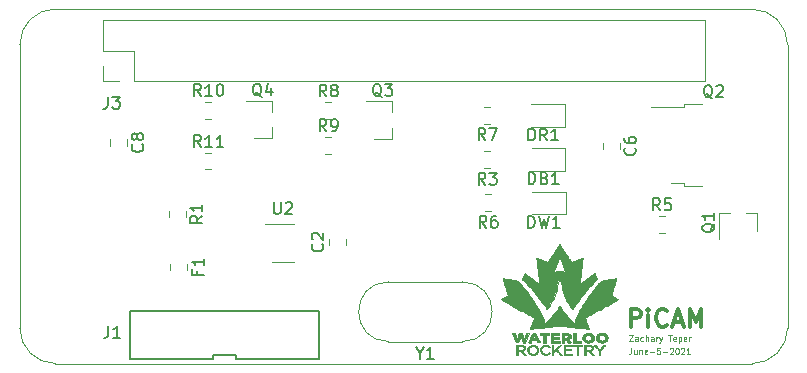
<source format=gbr>
G04 #@! TF.GenerationSoftware,KiCad,Pcbnew,(5.1.4)-1*
G04 #@! TF.CreationDate,2021-07-13T12:31:04-04:00*
G04 #@! TF.ProjectId,RocketPi,526f636b-6574-4506-992e-6b696361645f,rev?*
G04 #@! TF.SameCoordinates,Original*
G04 #@! TF.FileFunction,Legend,Top*
G04 #@! TF.FilePolarity,Positive*
%FSLAX46Y46*%
G04 Gerber Fmt 4.6, Leading zero omitted, Abs format (unit mm)*
G04 Created by KiCad (PCBNEW (5.1.4)-1) date 2021-07-13 12:31:04*
%MOMM*%
%LPD*%
G04 APERTURE LIST*
%ADD10C,0.100000*%
%ADD11C,0.300000*%
%ADD12C,0.120000*%
%ADD13C,0.010000*%
%ADD14C,0.150000*%
G04 APERTURE END LIST*
D10*
X68046600Y-42164000D02*
G75*
G03X65049400Y-45161200I0J-2997200D01*
G01*
X127052600Y-72178400D02*
G75*
G03X130052600Y-69178400I0J3000000D01*
G01*
X130052600Y-45178400D02*
G75*
G03X127052600Y-42178400I-3000000J0D01*
G01*
X65052600Y-69178400D02*
G75*
G03X68052600Y-72178400I3000000J0D01*
G01*
X116822838Y-70871590D02*
X116822838Y-71228733D01*
X116799028Y-71300161D01*
X116751409Y-71347780D01*
X116679980Y-71371590D01*
X116632361Y-71371590D01*
X117275219Y-71038257D02*
X117275219Y-71371590D01*
X117060933Y-71038257D02*
X117060933Y-71300161D01*
X117084742Y-71347780D01*
X117132361Y-71371590D01*
X117203790Y-71371590D01*
X117251409Y-71347780D01*
X117275219Y-71323971D01*
X117513314Y-71038257D02*
X117513314Y-71371590D01*
X117513314Y-71085876D02*
X117537123Y-71062066D01*
X117584742Y-71038257D01*
X117656171Y-71038257D01*
X117703790Y-71062066D01*
X117727600Y-71109685D01*
X117727600Y-71371590D01*
X118156171Y-71347780D02*
X118108552Y-71371590D01*
X118013314Y-71371590D01*
X117965695Y-71347780D01*
X117941885Y-71300161D01*
X117941885Y-71109685D01*
X117965695Y-71062066D01*
X118013314Y-71038257D01*
X118108552Y-71038257D01*
X118156171Y-71062066D01*
X118179980Y-71109685D01*
X118179980Y-71157304D01*
X117941885Y-71204923D01*
X118394266Y-71181114D02*
X118775219Y-71181114D01*
X119251409Y-70871590D02*
X119013314Y-70871590D01*
X118989504Y-71109685D01*
X119013314Y-71085876D01*
X119060933Y-71062066D01*
X119179980Y-71062066D01*
X119227600Y-71085876D01*
X119251409Y-71109685D01*
X119275219Y-71157304D01*
X119275219Y-71276352D01*
X119251409Y-71323971D01*
X119227600Y-71347780D01*
X119179980Y-71371590D01*
X119060933Y-71371590D01*
X119013314Y-71347780D01*
X118989504Y-71323971D01*
X119489504Y-71181114D02*
X119870457Y-71181114D01*
X120084742Y-70919209D02*
X120108552Y-70895400D01*
X120156171Y-70871590D01*
X120275219Y-70871590D01*
X120322838Y-70895400D01*
X120346647Y-70919209D01*
X120370457Y-70966828D01*
X120370457Y-71014447D01*
X120346647Y-71085876D01*
X120060933Y-71371590D01*
X120370457Y-71371590D01*
X120679980Y-70871590D02*
X120727600Y-70871590D01*
X120775219Y-70895400D01*
X120799028Y-70919209D01*
X120822838Y-70966828D01*
X120846647Y-71062066D01*
X120846647Y-71181114D01*
X120822838Y-71276352D01*
X120799028Y-71323971D01*
X120775219Y-71347780D01*
X120727600Y-71371590D01*
X120679980Y-71371590D01*
X120632361Y-71347780D01*
X120608552Y-71323971D01*
X120584742Y-71276352D01*
X120560933Y-71181114D01*
X120560933Y-71062066D01*
X120584742Y-70966828D01*
X120608552Y-70919209D01*
X120632361Y-70895400D01*
X120679980Y-70871590D01*
X121037123Y-70919209D02*
X121060933Y-70895400D01*
X121108552Y-70871590D01*
X121227600Y-70871590D01*
X121275219Y-70895400D01*
X121299028Y-70919209D01*
X121322838Y-70966828D01*
X121322838Y-71014447D01*
X121299028Y-71085876D01*
X121013314Y-71371590D01*
X121322838Y-71371590D01*
X121799028Y-71371590D02*
X121513314Y-71371590D01*
X121656171Y-71371590D02*
X121656171Y-70871590D01*
X121608552Y-70943019D01*
X121560933Y-70990638D01*
X121513314Y-71014447D01*
X116632361Y-69779390D02*
X116965695Y-69779390D01*
X116632361Y-70279390D01*
X116965695Y-70279390D01*
X117370457Y-70279390D02*
X117370457Y-70017485D01*
X117346647Y-69969866D01*
X117299028Y-69946057D01*
X117203790Y-69946057D01*
X117156171Y-69969866D01*
X117370457Y-70255580D02*
X117322838Y-70279390D01*
X117203790Y-70279390D01*
X117156171Y-70255580D01*
X117132361Y-70207961D01*
X117132361Y-70160342D01*
X117156171Y-70112723D01*
X117203790Y-70088914D01*
X117322838Y-70088914D01*
X117370457Y-70065104D01*
X117822838Y-70255580D02*
X117775219Y-70279390D01*
X117679980Y-70279390D01*
X117632361Y-70255580D01*
X117608552Y-70231771D01*
X117584742Y-70184152D01*
X117584742Y-70041295D01*
X117608552Y-69993676D01*
X117632361Y-69969866D01*
X117679980Y-69946057D01*
X117775219Y-69946057D01*
X117822838Y-69969866D01*
X118037123Y-70279390D02*
X118037123Y-69779390D01*
X118251409Y-70279390D02*
X118251409Y-70017485D01*
X118227600Y-69969866D01*
X118179980Y-69946057D01*
X118108552Y-69946057D01*
X118060933Y-69969866D01*
X118037123Y-69993676D01*
X118703790Y-70279390D02*
X118703790Y-70017485D01*
X118679980Y-69969866D01*
X118632361Y-69946057D01*
X118537123Y-69946057D01*
X118489504Y-69969866D01*
X118703790Y-70255580D02*
X118656171Y-70279390D01*
X118537123Y-70279390D01*
X118489504Y-70255580D01*
X118465695Y-70207961D01*
X118465695Y-70160342D01*
X118489504Y-70112723D01*
X118537123Y-70088914D01*
X118656171Y-70088914D01*
X118703790Y-70065104D01*
X118941885Y-70279390D02*
X118941885Y-69946057D01*
X118941885Y-70041295D02*
X118965695Y-69993676D01*
X118989504Y-69969866D01*
X119037123Y-69946057D01*
X119084742Y-69946057D01*
X119203790Y-69946057D02*
X119322838Y-70279390D01*
X119441885Y-69946057D02*
X119322838Y-70279390D01*
X119275219Y-70398438D01*
X119251409Y-70422247D01*
X119203790Y-70446057D01*
X119941885Y-69779390D02*
X120227600Y-69779390D01*
X120084742Y-70279390D02*
X120084742Y-69779390D01*
X120584742Y-70255580D02*
X120537123Y-70279390D01*
X120441885Y-70279390D01*
X120394266Y-70255580D01*
X120370457Y-70207961D01*
X120370457Y-70017485D01*
X120394266Y-69969866D01*
X120441885Y-69946057D01*
X120537123Y-69946057D01*
X120584742Y-69969866D01*
X120608552Y-70017485D01*
X120608552Y-70065104D01*
X120370457Y-70112723D01*
X120822838Y-69946057D02*
X120822838Y-70446057D01*
X120822838Y-69969866D02*
X120870457Y-69946057D01*
X120965695Y-69946057D01*
X121013314Y-69969866D01*
X121037123Y-69993676D01*
X121060933Y-70041295D01*
X121060933Y-70184152D01*
X121037123Y-70231771D01*
X121013314Y-70255580D01*
X120965695Y-70279390D01*
X120870457Y-70279390D01*
X120822838Y-70255580D01*
X121465695Y-70255580D02*
X121418076Y-70279390D01*
X121322838Y-70279390D01*
X121275219Y-70255580D01*
X121251409Y-70207961D01*
X121251409Y-70017485D01*
X121275219Y-69969866D01*
X121322838Y-69946057D01*
X121418076Y-69946057D01*
X121465695Y-69969866D01*
X121489504Y-70017485D01*
X121489504Y-70065104D01*
X121251409Y-70112723D01*
X121703790Y-70279390D02*
X121703790Y-69946057D01*
X121703790Y-70041295D02*
X121727600Y-69993676D01*
X121751409Y-69969866D01*
X121799028Y-69946057D01*
X121846647Y-69946057D01*
D11*
X116761000Y-69055371D02*
X116761000Y-67555371D01*
X117332428Y-67555371D01*
X117475285Y-67626800D01*
X117546714Y-67698228D01*
X117618142Y-67841085D01*
X117618142Y-68055371D01*
X117546714Y-68198228D01*
X117475285Y-68269657D01*
X117332428Y-68341085D01*
X116761000Y-68341085D01*
X118261000Y-69055371D02*
X118261000Y-68055371D01*
X118261000Y-67555371D02*
X118189571Y-67626800D01*
X118261000Y-67698228D01*
X118332428Y-67626800D01*
X118261000Y-67555371D01*
X118261000Y-67698228D01*
X119832428Y-68912514D02*
X119761000Y-68983942D01*
X119546714Y-69055371D01*
X119403857Y-69055371D01*
X119189571Y-68983942D01*
X119046714Y-68841085D01*
X118975285Y-68698228D01*
X118903857Y-68412514D01*
X118903857Y-68198228D01*
X118975285Y-67912514D01*
X119046714Y-67769657D01*
X119189571Y-67626800D01*
X119403857Y-67555371D01*
X119546714Y-67555371D01*
X119761000Y-67626800D01*
X119832428Y-67698228D01*
X120403857Y-68626800D02*
X121118142Y-68626800D01*
X120261000Y-69055371D02*
X120761000Y-67555371D01*
X121261000Y-69055371D01*
X121761000Y-69055371D02*
X121761000Y-67555371D01*
X122261000Y-68626800D01*
X122761000Y-67555371D01*
X122761000Y-69055371D01*
D10*
X68046600Y-42164000D02*
X127052600Y-42178400D01*
X65049400Y-45161200D02*
X65052600Y-69178400D01*
X68052600Y-72178400D02*
X127052600Y-72178400D01*
X130052600Y-45178400D02*
X130052600Y-69178400D01*
D12*
X111263600Y-57625400D02*
X108403600Y-57625400D01*
X111263600Y-59545400D02*
X111263600Y-57625400D01*
X108403600Y-59545400D02*
X111263600Y-59545400D01*
D13*
G36*
X110749801Y-62067906D02*
G01*
X110764573Y-62088973D01*
X110787707Y-62122887D01*
X110818555Y-62168669D01*
X110856463Y-62225338D01*
X110900782Y-62291916D01*
X110950860Y-62367422D01*
X111006045Y-62450876D01*
X111065687Y-62541300D01*
X111129134Y-62637713D01*
X111195736Y-62739136D01*
X111247714Y-62818433D01*
X111316278Y-62922994D01*
X111382195Y-63023285D01*
X111444813Y-63118325D01*
X111503480Y-63207135D01*
X111557543Y-63288735D01*
X111606351Y-63362145D01*
X111649249Y-63426386D01*
X111685587Y-63480477D01*
X111714711Y-63523439D01*
X111735969Y-63554292D01*
X111748709Y-63572056D01*
X111752287Y-63576200D01*
X111762762Y-63572916D01*
X111789749Y-63563489D01*
X111831503Y-63548551D01*
X111886281Y-63528736D01*
X111952338Y-63504679D01*
X112027930Y-63477013D01*
X112111313Y-63446373D01*
X112200742Y-63413392D01*
X112230015Y-63402571D01*
X112320791Y-63369077D01*
X112405918Y-63337820D01*
X112483676Y-63309421D01*
X112552344Y-63284500D01*
X112610202Y-63263678D01*
X112655532Y-63247578D01*
X112686611Y-63236818D01*
X112701722Y-63232021D01*
X112702909Y-63231850D01*
X112702393Y-63240474D01*
X112700066Y-63264961D01*
X112696039Y-63304320D01*
X112690418Y-63357560D01*
X112683314Y-63423689D01*
X112674834Y-63501716D01*
X112665088Y-63590650D01*
X112654184Y-63689500D01*
X112642231Y-63797273D01*
X112629338Y-63912980D01*
X112615613Y-64035628D01*
X112601165Y-64164227D01*
X112586103Y-64297785D01*
X112581992Y-64334160D01*
X112566788Y-64468883D01*
X112552177Y-64598918D01*
X112538267Y-64723274D01*
X112525167Y-64840957D01*
X112512985Y-64950977D01*
X112501828Y-65052342D01*
X112491807Y-65144059D01*
X112483027Y-65225137D01*
X112475599Y-65294585D01*
X112469629Y-65351409D01*
X112465227Y-65394619D01*
X112462501Y-65423222D01*
X112461558Y-65436227D01*
X112461622Y-65436934D01*
X112469499Y-65431971D01*
X112491146Y-65416574D01*
X112525453Y-65391569D01*
X112571309Y-65357780D01*
X112627605Y-65316034D01*
X112693232Y-65267157D01*
X112767079Y-65211974D01*
X112848038Y-65151311D01*
X112934998Y-65085994D01*
X113026849Y-65016849D01*
X113075360Y-64980270D01*
X113169383Y-64909365D01*
X113259123Y-64841750D01*
X113343465Y-64778262D01*
X113421290Y-64719738D01*
X113491484Y-64667016D01*
X113552930Y-64620933D01*
X113604511Y-64582328D01*
X113645112Y-64552037D01*
X113673616Y-64530898D01*
X113688906Y-64519749D01*
X113691251Y-64518181D01*
X113695810Y-64525396D01*
X113706331Y-64546680D01*
X113721992Y-64580182D01*
X113741969Y-64624050D01*
X113765441Y-64676433D01*
X113791586Y-64735478D01*
X113819581Y-64799334D01*
X113848604Y-64866150D01*
X113877833Y-64934073D01*
X113906444Y-65001251D01*
X113919572Y-65032342D01*
X113914599Y-65041237D01*
X113898775Y-65059795D01*
X113874669Y-65085165D01*
X113849414Y-65110126D01*
X113726842Y-65230838D01*
X113598523Y-65362238D01*
X113465688Y-65502828D01*
X113329565Y-65651109D01*
X113191385Y-65805584D01*
X113052378Y-65964753D01*
X112913773Y-66127118D01*
X112776801Y-66291182D01*
X112642690Y-66455445D01*
X112512672Y-66618410D01*
X112387976Y-66778578D01*
X112269831Y-66934451D01*
X112159468Y-67084530D01*
X112058116Y-67227317D01*
X111967006Y-67361314D01*
X111887366Y-67485023D01*
X111850620Y-67545249D01*
X111836358Y-67565354D01*
X111824156Y-67576149D01*
X111819709Y-67576671D01*
X111811441Y-67568092D01*
X111794863Y-67547723D01*
X111772054Y-67518223D01*
X111745092Y-67482251D01*
X111731812Y-67464189D01*
X111618450Y-67301026D01*
X111511580Y-67130404D01*
X111410819Y-66951377D01*
X111315781Y-66763000D01*
X111226082Y-66564327D01*
X111141336Y-66354413D01*
X111061160Y-66132312D01*
X110985167Y-65897080D01*
X110912974Y-65647771D01*
X110844196Y-65383438D01*
X110787772Y-65144650D01*
X110775905Y-65093264D01*
X110765000Y-65048032D01*
X110755686Y-65011410D01*
X110748594Y-64985852D01*
X110744354Y-64973814D01*
X110743774Y-64973200D01*
X110740223Y-64981052D01*
X110733895Y-65002687D01*
X110725547Y-65035224D01*
X110715938Y-65075781D01*
X110710916Y-65098083D01*
X110643602Y-65385916D01*
X110572544Y-65657880D01*
X110497413Y-65914789D01*
X110417882Y-66157454D01*
X110333622Y-66386691D01*
X110244305Y-66603311D01*
X110149602Y-66808129D01*
X110049186Y-67001958D01*
X109942728Y-67185611D01*
X109829901Y-67359902D01*
X109756187Y-67464189D01*
X109728008Y-67502252D01*
X109703023Y-67535071D01*
X109683309Y-67559988D01*
X109670944Y-67574343D01*
X109668290Y-67576671D01*
X109658905Y-67572738D01*
X109645303Y-67557302D01*
X109637379Y-67545249D01*
X109564716Y-67428294D01*
X109479963Y-67300248D01*
X109384348Y-67162609D01*
X109279103Y-67016877D01*
X109165459Y-66864550D01*
X109044644Y-66707128D01*
X108917891Y-66546109D01*
X108786428Y-66382993D01*
X108651487Y-66219279D01*
X108514298Y-66056466D01*
X108376092Y-65896052D01*
X108238097Y-65739537D01*
X108101546Y-65588420D01*
X107967668Y-65444200D01*
X107837694Y-65308375D01*
X107712854Y-65182446D01*
X107638705Y-65110126D01*
X107609515Y-65081194D01*
X107586412Y-65056627D01*
X107571967Y-65039273D01*
X107568427Y-65032299D01*
X107592755Y-64974632D01*
X107619014Y-64913203D01*
X107646324Y-64849997D01*
X107673804Y-64786996D01*
X107700572Y-64726185D01*
X107725747Y-64669547D01*
X107748449Y-64619065D01*
X107767795Y-64576722D01*
X107782905Y-64544502D01*
X107792896Y-64524388D01*
X107796811Y-64518280D01*
X107805042Y-64524072D01*
X107827047Y-64540274D01*
X107861711Y-64566051D01*
X107907917Y-64600563D01*
X107964548Y-64642976D01*
X108030487Y-64692449D01*
X108104620Y-64748148D01*
X108185828Y-64809233D01*
X108272996Y-64874869D01*
X108365007Y-64944217D01*
X108412752Y-64980227D01*
X108506677Y-65051008D01*
X108596276Y-65118383D01*
X108680440Y-65181527D01*
X108758060Y-65239614D01*
X108828025Y-65291819D01*
X108889226Y-65337315D01*
X108940554Y-65375278D01*
X108980899Y-65404880D01*
X109009150Y-65425297D01*
X109024198Y-65435702D01*
X109026433Y-65436887D01*
X109025978Y-65428211D01*
X109023712Y-65403671D01*
X109019742Y-65364261D01*
X109014176Y-65310972D01*
X109007123Y-65244795D01*
X108998691Y-65166723D01*
X108988988Y-65077747D01*
X108978122Y-64978859D01*
X108966203Y-64871051D01*
X108953337Y-64755314D01*
X108939634Y-64632641D01*
X108926579Y-64516300D01*
X110230022Y-64516300D01*
X110235505Y-64512860D01*
X110252300Y-64499910D01*
X110277454Y-64479762D01*
X110294940Y-64465500D01*
X110334114Y-64435752D01*
X110377740Y-64406311D01*
X110417771Y-64382533D01*
X110426187Y-64378145D01*
X110494974Y-64347438D01*
X110561662Y-64326592D01*
X110632451Y-64314277D01*
X110713543Y-64309159D01*
X110748980Y-64308827D01*
X110804082Y-64309436D01*
X110845361Y-64311463D01*
X110878898Y-64315624D01*
X110910775Y-64322634D01*
X110941568Y-64331511D01*
X111029448Y-64363611D01*
X111106925Y-64403853D01*
X111181166Y-64456060D01*
X111192883Y-64465500D01*
X111221630Y-64488785D01*
X111243746Y-64506239D01*
X111256277Y-64515554D01*
X111257978Y-64516300D01*
X111254707Y-64507715D01*
X111245956Y-64484140D01*
X111232160Y-64446756D01*
X111213750Y-64396742D01*
X111191161Y-64335279D01*
X111164825Y-64263546D01*
X111135177Y-64182726D01*
X111102650Y-64093996D01*
X111067676Y-63998539D01*
X111030690Y-63897533D01*
X111002221Y-63819752D01*
X110964015Y-63715504D01*
X110927445Y-63616022D01*
X110892947Y-63522475D01*
X110860959Y-63436035D01*
X110831917Y-63357871D01*
X110806258Y-63289155D01*
X110784419Y-63231057D01*
X110766836Y-63184747D01*
X110753947Y-63151397D01*
X110746188Y-63132176D01*
X110744000Y-63127737D01*
X110740361Y-63135630D01*
X110731266Y-63158527D01*
X110717151Y-63195259D01*
X110698453Y-63244654D01*
X110675608Y-63305543D01*
X110649054Y-63376753D01*
X110619228Y-63457116D01*
X110586565Y-63545461D01*
X110551503Y-63640616D01*
X110514479Y-63741411D01*
X110485779Y-63819752D01*
X110447580Y-63924109D01*
X110411072Y-64023794D01*
X110376689Y-64117625D01*
X110344865Y-64204423D01*
X110316031Y-64283008D01*
X110290623Y-64352198D01*
X110269073Y-64410815D01*
X110251814Y-64457677D01*
X110239280Y-64491605D01*
X110231905Y-64511418D01*
X110230022Y-64516300D01*
X108926579Y-64516300D01*
X108925201Y-64504023D01*
X108910147Y-64370453D01*
X108906043Y-64334130D01*
X108890839Y-64199412D01*
X108876222Y-64069388D01*
X108862301Y-63945047D01*
X108849183Y-63827383D01*
X108836978Y-63717386D01*
X108825794Y-63616047D01*
X108815739Y-63524359D01*
X108806923Y-63443312D01*
X108799454Y-63373898D01*
X108793440Y-63317108D01*
X108788990Y-63273933D01*
X108786214Y-63245366D01*
X108785218Y-63232397D01*
X108785268Y-63231700D01*
X108794808Y-63234393D01*
X108820881Y-63243251D01*
X108861768Y-63257653D01*
X108915749Y-63276980D01*
X108981104Y-63300611D01*
X109056113Y-63327926D01*
X109139057Y-63358306D01*
X109228216Y-63391130D01*
X109258854Y-63402446D01*
X109349872Y-63436038D01*
X109435375Y-63467490D01*
X109513624Y-63496172D01*
X109582877Y-63521449D01*
X109641395Y-63542689D01*
X109687437Y-63559258D01*
X109719262Y-63570523D01*
X109735130Y-63575852D01*
X109736557Y-63576200D01*
X109742355Y-63568959D01*
X109757165Y-63547891D01*
X109780336Y-63513975D01*
X109811216Y-63468190D01*
X109849154Y-63411518D01*
X109893498Y-63344936D01*
X109943596Y-63269426D01*
X109998798Y-63185966D01*
X110058451Y-63095538D01*
X110121904Y-62999119D01*
X110188506Y-62897692D01*
X110240452Y-62818433D01*
X110308994Y-62713875D01*
X110374875Y-62613588D01*
X110437441Y-62518550D01*
X110496043Y-62429742D01*
X110550030Y-62348143D01*
X110598750Y-62274733D01*
X110641552Y-62210493D01*
X110677785Y-62156401D01*
X110706798Y-62113437D01*
X110727940Y-62082582D01*
X110740559Y-62064814D01*
X110744045Y-62060667D01*
X110749801Y-62067906D01*
X110749801Y-62067906D01*
G37*
X110749801Y-62067906D02*
X110764573Y-62088973D01*
X110787707Y-62122887D01*
X110818555Y-62168669D01*
X110856463Y-62225338D01*
X110900782Y-62291916D01*
X110950860Y-62367422D01*
X111006045Y-62450876D01*
X111065687Y-62541300D01*
X111129134Y-62637713D01*
X111195736Y-62739136D01*
X111247714Y-62818433D01*
X111316278Y-62922994D01*
X111382195Y-63023285D01*
X111444813Y-63118325D01*
X111503480Y-63207135D01*
X111557543Y-63288735D01*
X111606351Y-63362145D01*
X111649249Y-63426386D01*
X111685587Y-63480477D01*
X111714711Y-63523439D01*
X111735969Y-63554292D01*
X111748709Y-63572056D01*
X111752287Y-63576200D01*
X111762762Y-63572916D01*
X111789749Y-63563489D01*
X111831503Y-63548551D01*
X111886281Y-63528736D01*
X111952338Y-63504679D01*
X112027930Y-63477013D01*
X112111313Y-63446373D01*
X112200742Y-63413392D01*
X112230015Y-63402571D01*
X112320791Y-63369077D01*
X112405918Y-63337820D01*
X112483676Y-63309421D01*
X112552344Y-63284500D01*
X112610202Y-63263678D01*
X112655532Y-63247578D01*
X112686611Y-63236818D01*
X112701722Y-63232021D01*
X112702909Y-63231850D01*
X112702393Y-63240474D01*
X112700066Y-63264961D01*
X112696039Y-63304320D01*
X112690418Y-63357560D01*
X112683314Y-63423689D01*
X112674834Y-63501716D01*
X112665088Y-63590650D01*
X112654184Y-63689500D01*
X112642231Y-63797273D01*
X112629338Y-63912980D01*
X112615613Y-64035628D01*
X112601165Y-64164227D01*
X112586103Y-64297785D01*
X112581992Y-64334160D01*
X112566788Y-64468883D01*
X112552177Y-64598918D01*
X112538267Y-64723274D01*
X112525167Y-64840957D01*
X112512985Y-64950977D01*
X112501828Y-65052342D01*
X112491807Y-65144059D01*
X112483027Y-65225137D01*
X112475599Y-65294585D01*
X112469629Y-65351409D01*
X112465227Y-65394619D01*
X112462501Y-65423222D01*
X112461558Y-65436227D01*
X112461622Y-65436934D01*
X112469499Y-65431971D01*
X112491146Y-65416574D01*
X112525453Y-65391569D01*
X112571309Y-65357780D01*
X112627605Y-65316034D01*
X112693232Y-65267157D01*
X112767079Y-65211974D01*
X112848038Y-65151311D01*
X112934998Y-65085994D01*
X113026849Y-65016849D01*
X113075360Y-64980270D01*
X113169383Y-64909365D01*
X113259123Y-64841750D01*
X113343465Y-64778262D01*
X113421290Y-64719738D01*
X113491484Y-64667016D01*
X113552930Y-64620933D01*
X113604511Y-64582328D01*
X113645112Y-64552037D01*
X113673616Y-64530898D01*
X113688906Y-64519749D01*
X113691251Y-64518181D01*
X113695810Y-64525396D01*
X113706331Y-64546680D01*
X113721992Y-64580182D01*
X113741969Y-64624050D01*
X113765441Y-64676433D01*
X113791586Y-64735478D01*
X113819581Y-64799334D01*
X113848604Y-64866150D01*
X113877833Y-64934073D01*
X113906444Y-65001251D01*
X113919572Y-65032342D01*
X113914599Y-65041237D01*
X113898775Y-65059795D01*
X113874669Y-65085165D01*
X113849414Y-65110126D01*
X113726842Y-65230838D01*
X113598523Y-65362238D01*
X113465688Y-65502828D01*
X113329565Y-65651109D01*
X113191385Y-65805584D01*
X113052378Y-65964753D01*
X112913773Y-66127118D01*
X112776801Y-66291182D01*
X112642690Y-66455445D01*
X112512672Y-66618410D01*
X112387976Y-66778578D01*
X112269831Y-66934451D01*
X112159468Y-67084530D01*
X112058116Y-67227317D01*
X111967006Y-67361314D01*
X111887366Y-67485023D01*
X111850620Y-67545249D01*
X111836358Y-67565354D01*
X111824156Y-67576149D01*
X111819709Y-67576671D01*
X111811441Y-67568092D01*
X111794863Y-67547723D01*
X111772054Y-67518223D01*
X111745092Y-67482251D01*
X111731812Y-67464189D01*
X111618450Y-67301026D01*
X111511580Y-67130404D01*
X111410819Y-66951377D01*
X111315781Y-66763000D01*
X111226082Y-66564327D01*
X111141336Y-66354413D01*
X111061160Y-66132312D01*
X110985167Y-65897080D01*
X110912974Y-65647771D01*
X110844196Y-65383438D01*
X110787772Y-65144650D01*
X110775905Y-65093264D01*
X110765000Y-65048032D01*
X110755686Y-65011410D01*
X110748594Y-64985852D01*
X110744354Y-64973814D01*
X110743774Y-64973200D01*
X110740223Y-64981052D01*
X110733895Y-65002687D01*
X110725547Y-65035224D01*
X110715938Y-65075781D01*
X110710916Y-65098083D01*
X110643602Y-65385916D01*
X110572544Y-65657880D01*
X110497413Y-65914789D01*
X110417882Y-66157454D01*
X110333622Y-66386691D01*
X110244305Y-66603311D01*
X110149602Y-66808129D01*
X110049186Y-67001958D01*
X109942728Y-67185611D01*
X109829901Y-67359902D01*
X109756187Y-67464189D01*
X109728008Y-67502252D01*
X109703023Y-67535071D01*
X109683309Y-67559988D01*
X109670944Y-67574343D01*
X109668290Y-67576671D01*
X109658905Y-67572738D01*
X109645303Y-67557302D01*
X109637379Y-67545249D01*
X109564716Y-67428294D01*
X109479963Y-67300248D01*
X109384348Y-67162609D01*
X109279103Y-67016877D01*
X109165459Y-66864550D01*
X109044644Y-66707128D01*
X108917891Y-66546109D01*
X108786428Y-66382993D01*
X108651487Y-66219279D01*
X108514298Y-66056466D01*
X108376092Y-65896052D01*
X108238097Y-65739537D01*
X108101546Y-65588420D01*
X107967668Y-65444200D01*
X107837694Y-65308375D01*
X107712854Y-65182446D01*
X107638705Y-65110126D01*
X107609515Y-65081194D01*
X107586412Y-65056627D01*
X107571967Y-65039273D01*
X107568427Y-65032299D01*
X107592755Y-64974632D01*
X107619014Y-64913203D01*
X107646324Y-64849997D01*
X107673804Y-64786996D01*
X107700572Y-64726185D01*
X107725747Y-64669547D01*
X107748449Y-64619065D01*
X107767795Y-64576722D01*
X107782905Y-64544502D01*
X107792896Y-64524388D01*
X107796811Y-64518280D01*
X107805042Y-64524072D01*
X107827047Y-64540274D01*
X107861711Y-64566051D01*
X107907917Y-64600563D01*
X107964548Y-64642976D01*
X108030487Y-64692449D01*
X108104620Y-64748148D01*
X108185828Y-64809233D01*
X108272996Y-64874869D01*
X108365007Y-64944217D01*
X108412752Y-64980227D01*
X108506677Y-65051008D01*
X108596276Y-65118383D01*
X108680440Y-65181527D01*
X108758060Y-65239614D01*
X108828025Y-65291819D01*
X108889226Y-65337315D01*
X108940554Y-65375278D01*
X108980899Y-65404880D01*
X109009150Y-65425297D01*
X109024198Y-65435702D01*
X109026433Y-65436887D01*
X109025978Y-65428211D01*
X109023712Y-65403671D01*
X109019742Y-65364261D01*
X109014176Y-65310972D01*
X109007123Y-65244795D01*
X108998691Y-65166723D01*
X108988988Y-65077747D01*
X108978122Y-64978859D01*
X108966203Y-64871051D01*
X108953337Y-64755314D01*
X108939634Y-64632641D01*
X108926579Y-64516300D01*
X110230022Y-64516300D01*
X110235505Y-64512860D01*
X110252300Y-64499910D01*
X110277454Y-64479762D01*
X110294940Y-64465500D01*
X110334114Y-64435752D01*
X110377740Y-64406311D01*
X110417771Y-64382533D01*
X110426187Y-64378145D01*
X110494974Y-64347438D01*
X110561662Y-64326592D01*
X110632451Y-64314277D01*
X110713543Y-64309159D01*
X110748980Y-64308827D01*
X110804082Y-64309436D01*
X110845361Y-64311463D01*
X110878898Y-64315624D01*
X110910775Y-64322634D01*
X110941568Y-64331511D01*
X111029448Y-64363611D01*
X111106925Y-64403853D01*
X111181166Y-64456060D01*
X111192883Y-64465500D01*
X111221630Y-64488785D01*
X111243746Y-64506239D01*
X111256277Y-64515554D01*
X111257978Y-64516300D01*
X111254707Y-64507715D01*
X111245956Y-64484140D01*
X111232160Y-64446756D01*
X111213750Y-64396742D01*
X111191161Y-64335279D01*
X111164825Y-64263546D01*
X111135177Y-64182726D01*
X111102650Y-64093996D01*
X111067676Y-63998539D01*
X111030690Y-63897533D01*
X111002221Y-63819752D01*
X110964015Y-63715504D01*
X110927445Y-63616022D01*
X110892947Y-63522475D01*
X110860959Y-63436035D01*
X110831917Y-63357871D01*
X110806258Y-63289155D01*
X110784419Y-63231057D01*
X110766836Y-63184747D01*
X110753947Y-63151397D01*
X110746188Y-63132176D01*
X110744000Y-63127737D01*
X110740361Y-63135630D01*
X110731266Y-63158527D01*
X110717151Y-63195259D01*
X110698453Y-63244654D01*
X110675608Y-63305543D01*
X110649054Y-63376753D01*
X110619228Y-63457116D01*
X110586565Y-63545461D01*
X110551503Y-63640616D01*
X110514479Y-63741411D01*
X110485779Y-63819752D01*
X110447580Y-63924109D01*
X110411072Y-64023794D01*
X110376689Y-64117625D01*
X110344865Y-64204423D01*
X110316031Y-64283008D01*
X110290623Y-64352198D01*
X110269073Y-64410815D01*
X110251814Y-64457677D01*
X110239280Y-64491605D01*
X110231905Y-64511418D01*
X110230022Y-64516300D01*
X108926579Y-64516300D01*
X108925201Y-64504023D01*
X108910147Y-64370453D01*
X108906043Y-64334130D01*
X108890839Y-64199412D01*
X108876222Y-64069388D01*
X108862301Y-63945047D01*
X108849183Y-63827383D01*
X108836978Y-63717386D01*
X108825794Y-63616047D01*
X108815739Y-63524359D01*
X108806923Y-63443312D01*
X108799454Y-63373898D01*
X108793440Y-63317108D01*
X108788990Y-63273933D01*
X108786214Y-63245366D01*
X108785218Y-63232397D01*
X108785268Y-63231700D01*
X108794808Y-63234393D01*
X108820881Y-63243251D01*
X108861768Y-63257653D01*
X108915749Y-63276980D01*
X108981104Y-63300611D01*
X109056113Y-63327926D01*
X109139057Y-63358306D01*
X109228216Y-63391130D01*
X109258854Y-63402446D01*
X109349872Y-63436038D01*
X109435375Y-63467490D01*
X109513624Y-63496172D01*
X109582877Y-63521449D01*
X109641395Y-63542689D01*
X109687437Y-63559258D01*
X109719262Y-63570523D01*
X109735130Y-63575852D01*
X109736557Y-63576200D01*
X109742355Y-63568959D01*
X109757165Y-63547891D01*
X109780336Y-63513975D01*
X109811216Y-63468190D01*
X109849154Y-63411518D01*
X109893498Y-63344936D01*
X109943596Y-63269426D01*
X109998798Y-63185966D01*
X110058451Y-63095538D01*
X110121904Y-62999119D01*
X110188506Y-62897692D01*
X110240452Y-62818433D01*
X110308994Y-62713875D01*
X110374875Y-62613588D01*
X110437441Y-62518550D01*
X110496043Y-62429742D01*
X110550030Y-62348143D01*
X110598750Y-62274733D01*
X110641552Y-62210493D01*
X110677785Y-62156401D01*
X110706798Y-62113437D01*
X110727940Y-62082582D01*
X110740559Y-62064814D01*
X110744045Y-62060667D01*
X110749801Y-62067906D01*
G36*
X105935789Y-64960646D02*
G01*
X105963629Y-64964521D01*
X106007079Y-64971051D01*
X106064176Y-64979913D01*
X106132954Y-64990782D01*
X106211449Y-65003335D01*
X106297697Y-65017250D01*
X106389733Y-65032202D01*
X106485594Y-65047869D01*
X106583314Y-65063926D01*
X106680929Y-65080051D01*
X106776475Y-65095919D01*
X106867987Y-65111209D01*
X106953501Y-65125596D01*
X107031053Y-65138756D01*
X107098678Y-65150367D01*
X107154411Y-65160106D01*
X107196289Y-65167647D01*
X107222346Y-65172670D01*
X107230158Y-65174525D01*
X107242678Y-65183596D01*
X107265284Y-65204768D01*
X107296453Y-65236379D01*
X107334662Y-65276768D01*
X107378390Y-65324275D01*
X107426113Y-65377237D01*
X107476310Y-65433994D01*
X107527457Y-65492884D01*
X107578033Y-65552247D01*
X107596576Y-65574333D01*
X107750026Y-65762041D01*
X107902144Y-65956220D01*
X108052156Y-66155588D01*
X108199282Y-66358866D01*
X108342747Y-66564772D01*
X108481772Y-66772024D01*
X108615580Y-66979342D01*
X108743395Y-67185445D01*
X108864439Y-67389052D01*
X108977934Y-67588882D01*
X109083103Y-67783653D01*
X109179170Y-67972085D01*
X109265356Y-68152896D01*
X109340885Y-68324806D01*
X109404979Y-68486534D01*
X109456861Y-68636798D01*
X109459163Y-68644123D01*
X109491126Y-68746346D01*
X109582171Y-68665222D01*
X109779716Y-68483036D01*
X109960830Y-68302677D01*
X110128149Y-68121074D01*
X110284310Y-67935154D01*
X110431951Y-67741844D01*
X110573709Y-67538071D01*
X110649005Y-67422183D01*
X110677031Y-67378670D01*
X110702161Y-67340819D01*
X110722782Y-67310966D01*
X110737281Y-67291448D01*
X110744000Y-67284600D01*
X110750915Y-67291693D01*
X110765537Y-67311417D01*
X110786253Y-67341433D01*
X110811449Y-67379406D01*
X110838994Y-67422183D01*
X110978635Y-67632868D01*
X111122727Y-67831427D01*
X111273906Y-68020933D01*
X111434808Y-68204457D01*
X111608072Y-68385073D01*
X111796333Y-68565853D01*
X111905866Y-68665255D01*
X111996949Y-68746413D01*
X112019323Y-68673790D01*
X112072568Y-68516064D01*
X112138405Y-68346946D01*
X112216127Y-68167649D01*
X112305026Y-67979388D01*
X112404396Y-67783379D01*
X112513530Y-67580835D01*
X112631720Y-67372973D01*
X112758259Y-67161005D01*
X112892441Y-66946148D01*
X113033557Y-66729615D01*
X113180902Y-66512622D01*
X113333769Y-66296383D01*
X113491449Y-66082113D01*
X113643519Y-65883460D01*
X113713021Y-65795253D01*
X113782657Y-65708456D01*
X113851421Y-65624224D01*
X113918305Y-65543710D01*
X113982301Y-65468067D01*
X114042403Y-65398448D01*
X114097603Y-65336007D01*
X114146894Y-65281895D01*
X114189270Y-65237268D01*
X114223722Y-65203277D01*
X114249243Y-65181076D01*
X114264828Y-65171819D01*
X114265137Y-65171752D01*
X114290928Y-65166972D01*
X114332561Y-65159667D01*
X114388071Y-65150158D01*
X114455498Y-65138766D01*
X114532878Y-65125810D01*
X114618250Y-65111611D01*
X114709652Y-65096490D01*
X114805120Y-65080768D01*
X114902694Y-65064765D01*
X115000411Y-65048801D01*
X115096308Y-65033197D01*
X115188423Y-65018274D01*
X115274794Y-65004352D01*
X115353459Y-64991751D01*
X115422456Y-64980793D01*
X115479822Y-64971798D01*
X115523595Y-64965086D01*
X115551813Y-64960978D01*
X115562514Y-64959794D01*
X115562548Y-64959810D01*
X115560866Y-64968449D01*
X115554558Y-64992319D01*
X115543965Y-65030255D01*
X115529428Y-65081088D01*
X115511288Y-65143654D01*
X115489887Y-65216785D01*
X115465566Y-65299314D01*
X115438668Y-65390075D01*
X115409532Y-65487901D01*
X115378501Y-65591625D01*
X115345916Y-65700082D01*
X115345609Y-65701101D01*
X115313007Y-65809556D01*
X115281936Y-65913257D01*
X115252738Y-66011041D01*
X115225755Y-66101745D01*
X115201331Y-66184205D01*
X115179807Y-66257259D01*
X115161528Y-66319743D01*
X115146835Y-66370493D01*
X115136071Y-66408347D01*
X115129580Y-66432141D01*
X115127703Y-66440712D01*
X115127709Y-66440718D01*
X115137026Y-66445335D01*
X115161675Y-66457292D01*
X115199633Y-66475616D01*
X115248877Y-66499332D01*
X115307386Y-66527467D01*
X115373137Y-66559045D01*
X115428473Y-66585596D01*
X115498222Y-66619303D01*
X115561965Y-66650601D01*
X115617735Y-66678485D01*
X115663561Y-66701949D01*
X115697475Y-66719989D01*
X115717508Y-66731598D01*
X115722223Y-66735564D01*
X115713693Y-66740942D01*
X115689334Y-66755081D01*
X115650012Y-66777497D01*
X115596589Y-66807708D01*
X115529930Y-66845231D01*
X115450898Y-66889583D01*
X115360357Y-66940281D01*
X115259171Y-66996843D01*
X115148203Y-67058785D01*
X115028319Y-67125625D01*
X114900380Y-67196880D01*
X114765252Y-67272066D01*
X114623798Y-67350702D01*
X114476881Y-67432304D01*
X114325367Y-67516390D01*
X114314847Y-67522225D01*
X114163035Y-67606488D01*
X114015766Y-67688330D01*
X113873904Y-67767268D01*
X113738312Y-67842815D01*
X113609855Y-67914489D01*
X113489397Y-67981803D01*
X113377802Y-68044274D01*
X113275932Y-68101417D01*
X113184654Y-68152747D01*
X113104830Y-68197779D01*
X113037324Y-68236029D01*
X112983000Y-68267013D01*
X112942723Y-68290244D01*
X112917356Y-68305240D01*
X112907762Y-68311515D01*
X112907705Y-68311611D01*
X112910135Y-68321395D01*
X112918119Y-68345818D01*
X112931124Y-68383395D01*
X112948614Y-68432643D01*
X112970056Y-68492076D01*
X112994915Y-68560211D01*
X113022656Y-68635563D01*
X113052746Y-68716648D01*
X113074477Y-68774841D01*
X113105931Y-68859057D01*
X113135494Y-68938591D01*
X113162622Y-69011955D01*
X113186771Y-69077657D01*
X113207397Y-69134207D01*
X113223955Y-69180117D01*
X113235901Y-69213896D01*
X113242691Y-69234053D01*
X113244085Y-69239225D01*
X113237989Y-69246720D01*
X113217412Y-69246718D01*
X113211784Y-69245953D01*
X113197942Y-69244354D01*
X113165557Y-69240872D01*
X113115863Y-69235636D01*
X113050099Y-69228772D01*
X112969500Y-69220409D01*
X112875304Y-69210674D01*
X112768746Y-69199694D01*
X112651064Y-69187596D01*
X112523495Y-69174509D01*
X112387274Y-69160559D01*
X112243638Y-69145874D01*
X112093825Y-69130582D01*
X111962821Y-69117229D01*
X110746230Y-68993302D01*
X109532389Y-69116940D01*
X109378371Y-69132636D01*
X109229410Y-69147834D01*
X109086753Y-69162406D01*
X108951642Y-69176224D01*
X108825324Y-69189159D01*
X108709042Y-69201085D01*
X108604042Y-69211872D01*
X108511568Y-69221394D01*
X108432866Y-69229523D01*
X108369179Y-69236130D01*
X108321754Y-69241088D01*
X108291833Y-69244269D01*
X108281196Y-69245466D01*
X108254434Y-69246914D01*
X108244113Y-69241720D01*
X108243843Y-69239904D01*
X108246781Y-69230105D01*
X108255237Y-69205656D01*
X108268668Y-69168037D01*
X108286535Y-69118729D01*
X108308296Y-69059213D01*
X108333410Y-68990970D01*
X108361336Y-68915480D01*
X108391535Y-68834225D01*
X108414100Y-68773733D01*
X108445506Y-68689369D01*
X108474917Y-68609777D01*
X108501805Y-68536428D01*
X108525640Y-68470794D01*
X108545894Y-68414346D01*
X108562037Y-68368555D01*
X108573541Y-68334892D01*
X108579877Y-68314830D01*
X108580944Y-68309637D01*
X108572368Y-68304178D01*
X108547965Y-68289959D01*
X108508598Y-68267464D01*
X108455133Y-68237175D01*
X108388432Y-68199576D01*
X108309361Y-68155151D01*
X108218782Y-68104383D01*
X108117561Y-68047754D01*
X108006561Y-67985750D01*
X107886647Y-67918852D01*
X107758682Y-67847545D01*
X107623531Y-67772312D01*
X107482058Y-67693636D01*
X107335127Y-67612001D01*
X107183601Y-67527889D01*
X107173080Y-67522052D01*
X107021285Y-67437799D01*
X106874029Y-67356000D01*
X106732176Y-67277135D01*
X106596590Y-67201689D01*
X106468134Y-67130143D01*
X106347673Y-67062981D01*
X106236069Y-67000685D01*
X106134187Y-66943739D01*
X106042890Y-66892624D01*
X105963042Y-66847824D01*
X105895506Y-66809822D01*
X105841146Y-66779100D01*
X105800826Y-66756140D01*
X105775409Y-66741426D01*
X105765760Y-66735441D01*
X105765697Y-66735362D01*
X105773363Y-66729599D01*
X105796472Y-66716616D01*
X105833055Y-66697414D01*
X105881140Y-66672999D01*
X105938758Y-66644373D01*
X106003936Y-66612539D01*
X106059519Y-66585763D01*
X106129550Y-66552202D01*
X106193924Y-66521307D01*
X106250615Y-66494055D01*
X106297602Y-66471419D01*
X106332859Y-66454374D01*
X106354363Y-66443895D01*
X106360290Y-66440904D01*
X106358468Y-66432487D01*
X106352027Y-66408834D01*
X106341310Y-66371109D01*
X106326660Y-66320475D01*
X106308419Y-66258096D01*
X106286930Y-66185135D01*
X106262536Y-66102757D01*
X106235580Y-66012125D01*
X106206403Y-65914402D01*
X106175350Y-65810753D01*
X106142763Y-65702340D01*
X106142390Y-65701101D01*
X106109793Y-65592605D01*
X106078748Y-65488829D01*
X106049597Y-65390939D01*
X106022681Y-65300103D01*
X105998341Y-65217487D01*
X105976919Y-65144258D01*
X105958755Y-65081583D01*
X105944192Y-65030629D01*
X105933571Y-64992561D01*
X105927232Y-64968548D01*
X105925517Y-64959755D01*
X105925524Y-64959748D01*
X105935789Y-64960646D01*
X105935789Y-64960646D01*
G37*
X105935789Y-64960646D02*
X105963629Y-64964521D01*
X106007079Y-64971051D01*
X106064176Y-64979913D01*
X106132954Y-64990782D01*
X106211449Y-65003335D01*
X106297697Y-65017250D01*
X106389733Y-65032202D01*
X106485594Y-65047869D01*
X106583314Y-65063926D01*
X106680929Y-65080051D01*
X106776475Y-65095919D01*
X106867987Y-65111209D01*
X106953501Y-65125596D01*
X107031053Y-65138756D01*
X107098678Y-65150367D01*
X107154411Y-65160106D01*
X107196289Y-65167647D01*
X107222346Y-65172670D01*
X107230158Y-65174525D01*
X107242678Y-65183596D01*
X107265284Y-65204768D01*
X107296453Y-65236379D01*
X107334662Y-65276768D01*
X107378390Y-65324275D01*
X107426113Y-65377237D01*
X107476310Y-65433994D01*
X107527457Y-65492884D01*
X107578033Y-65552247D01*
X107596576Y-65574333D01*
X107750026Y-65762041D01*
X107902144Y-65956220D01*
X108052156Y-66155588D01*
X108199282Y-66358866D01*
X108342747Y-66564772D01*
X108481772Y-66772024D01*
X108615580Y-66979342D01*
X108743395Y-67185445D01*
X108864439Y-67389052D01*
X108977934Y-67588882D01*
X109083103Y-67783653D01*
X109179170Y-67972085D01*
X109265356Y-68152896D01*
X109340885Y-68324806D01*
X109404979Y-68486534D01*
X109456861Y-68636798D01*
X109459163Y-68644123D01*
X109491126Y-68746346D01*
X109582171Y-68665222D01*
X109779716Y-68483036D01*
X109960830Y-68302677D01*
X110128149Y-68121074D01*
X110284310Y-67935154D01*
X110431951Y-67741844D01*
X110573709Y-67538071D01*
X110649005Y-67422183D01*
X110677031Y-67378670D01*
X110702161Y-67340819D01*
X110722782Y-67310966D01*
X110737281Y-67291448D01*
X110744000Y-67284600D01*
X110750915Y-67291693D01*
X110765537Y-67311417D01*
X110786253Y-67341433D01*
X110811449Y-67379406D01*
X110838994Y-67422183D01*
X110978635Y-67632868D01*
X111122727Y-67831427D01*
X111273906Y-68020933D01*
X111434808Y-68204457D01*
X111608072Y-68385073D01*
X111796333Y-68565853D01*
X111905866Y-68665255D01*
X111996949Y-68746413D01*
X112019323Y-68673790D01*
X112072568Y-68516064D01*
X112138405Y-68346946D01*
X112216127Y-68167649D01*
X112305026Y-67979388D01*
X112404396Y-67783379D01*
X112513530Y-67580835D01*
X112631720Y-67372973D01*
X112758259Y-67161005D01*
X112892441Y-66946148D01*
X113033557Y-66729615D01*
X113180902Y-66512622D01*
X113333769Y-66296383D01*
X113491449Y-66082113D01*
X113643519Y-65883460D01*
X113713021Y-65795253D01*
X113782657Y-65708456D01*
X113851421Y-65624224D01*
X113918305Y-65543710D01*
X113982301Y-65468067D01*
X114042403Y-65398448D01*
X114097603Y-65336007D01*
X114146894Y-65281895D01*
X114189270Y-65237268D01*
X114223722Y-65203277D01*
X114249243Y-65181076D01*
X114264828Y-65171819D01*
X114265137Y-65171752D01*
X114290928Y-65166972D01*
X114332561Y-65159667D01*
X114388071Y-65150158D01*
X114455498Y-65138766D01*
X114532878Y-65125810D01*
X114618250Y-65111611D01*
X114709652Y-65096490D01*
X114805120Y-65080768D01*
X114902694Y-65064765D01*
X115000411Y-65048801D01*
X115096308Y-65033197D01*
X115188423Y-65018274D01*
X115274794Y-65004352D01*
X115353459Y-64991751D01*
X115422456Y-64980793D01*
X115479822Y-64971798D01*
X115523595Y-64965086D01*
X115551813Y-64960978D01*
X115562514Y-64959794D01*
X115562548Y-64959810D01*
X115560866Y-64968449D01*
X115554558Y-64992319D01*
X115543965Y-65030255D01*
X115529428Y-65081088D01*
X115511288Y-65143654D01*
X115489887Y-65216785D01*
X115465566Y-65299314D01*
X115438668Y-65390075D01*
X115409532Y-65487901D01*
X115378501Y-65591625D01*
X115345916Y-65700082D01*
X115345609Y-65701101D01*
X115313007Y-65809556D01*
X115281936Y-65913257D01*
X115252738Y-66011041D01*
X115225755Y-66101745D01*
X115201331Y-66184205D01*
X115179807Y-66257259D01*
X115161528Y-66319743D01*
X115146835Y-66370493D01*
X115136071Y-66408347D01*
X115129580Y-66432141D01*
X115127703Y-66440712D01*
X115127709Y-66440718D01*
X115137026Y-66445335D01*
X115161675Y-66457292D01*
X115199633Y-66475616D01*
X115248877Y-66499332D01*
X115307386Y-66527467D01*
X115373137Y-66559045D01*
X115428473Y-66585596D01*
X115498222Y-66619303D01*
X115561965Y-66650601D01*
X115617735Y-66678485D01*
X115663561Y-66701949D01*
X115697475Y-66719989D01*
X115717508Y-66731598D01*
X115722223Y-66735564D01*
X115713693Y-66740942D01*
X115689334Y-66755081D01*
X115650012Y-66777497D01*
X115596589Y-66807708D01*
X115529930Y-66845231D01*
X115450898Y-66889583D01*
X115360357Y-66940281D01*
X115259171Y-66996843D01*
X115148203Y-67058785D01*
X115028319Y-67125625D01*
X114900380Y-67196880D01*
X114765252Y-67272066D01*
X114623798Y-67350702D01*
X114476881Y-67432304D01*
X114325367Y-67516390D01*
X114314847Y-67522225D01*
X114163035Y-67606488D01*
X114015766Y-67688330D01*
X113873904Y-67767268D01*
X113738312Y-67842815D01*
X113609855Y-67914489D01*
X113489397Y-67981803D01*
X113377802Y-68044274D01*
X113275932Y-68101417D01*
X113184654Y-68152747D01*
X113104830Y-68197779D01*
X113037324Y-68236029D01*
X112983000Y-68267013D01*
X112942723Y-68290244D01*
X112917356Y-68305240D01*
X112907762Y-68311515D01*
X112907705Y-68311611D01*
X112910135Y-68321395D01*
X112918119Y-68345818D01*
X112931124Y-68383395D01*
X112948614Y-68432643D01*
X112970056Y-68492076D01*
X112994915Y-68560211D01*
X113022656Y-68635563D01*
X113052746Y-68716648D01*
X113074477Y-68774841D01*
X113105931Y-68859057D01*
X113135494Y-68938591D01*
X113162622Y-69011955D01*
X113186771Y-69077657D01*
X113207397Y-69134207D01*
X113223955Y-69180117D01*
X113235901Y-69213896D01*
X113242691Y-69234053D01*
X113244085Y-69239225D01*
X113237989Y-69246720D01*
X113217412Y-69246718D01*
X113211784Y-69245953D01*
X113197942Y-69244354D01*
X113165557Y-69240872D01*
X113115863Y-69235636D01*
X113050099Y-69228772D01*
X112969500Y-69220409D01*
X112875304Y-69210674D01*
X112768746Y-69199694D01*
X112651064Y-69187596D01*
X112523495Y-69174509D01*
X112387274Y-69160559D01*
X112243638Y-69145874D01*
X112093825Y-69130582D01*
X111962821Y-69117229D01*
X110746230Y-68993302D01*
X109532389Y-69116940D01*
X109378371Y-69132636D01*
X109229410Y-69147834D01*
X109086753Y-69162406D01*
X108951642Y-69176224D01*
X108825324Y-69189159D01*
X108709042Y-69201085D01*
X108604042Y-69211872D01*
X108511568Y-69221394D01*
X108432866Y-69229523D01*
X108369179Y-69236130D01*
X108321754Y-69241088D01*
X108291833Y-69244269D01*
X108281196Y-69245466D01*
X108254434Y-69246914D01*
X108244113Y-69241720D01*
X108243843Y-69239904D01*
X108246781Y-69230105D01*
X108255237Y-69205656D01*
X108268668Y-69168037D01*
X108286535Y-69118729D01*
X108308296Y-69059213D01*
X108333410Y-68990970D01*
X108361336Y-68915480D01*
X108391535Y-68834225D01*
X108414100Y-68773733D01*
X108445506Y-68689369D01*
X108474917Y-68609777D01*
X108501805Y-68536428D01*
X108525640Y-68470794D01*
X108545894Y-68414346D01*
X108562037Y-68368555D01*
X108573541Y-68334892D01*
X108579877Y-68314830D01*
X108580944Y-68309637D01*
X108572368Y-68304178D01*
X108547965Y-68289959D01*
X108508598Y-68267464D01*
X108455133Y-68237175D01*
X108388432Y-68199576D01*
X108309361Y-68155151D01*
X108218782Y-68104383D01*
X108117561Y-68047754D01*
X108006561Y-67985750D01*
X107886647Y-67918852D01*
X107758682Y-67847545D01*
X107623531Y-67772312D01*
X107482058Y-67693636D01*
X107335127Y-67612001D01*
X107183601Y-67527889D01*
X107173080Y-67522052D01*
X107021285Y-67437799D01*
X106874029Y-67356000D01*
X106732176Y-67277135D01*
X106596590Y-67201689D01*
X106468134Y-67130143D01*
X106347673Y-67062981D01*
X106236069Y-67000685D01*
X106134187Y-66943739D01*
X106042890Y-66892624D01*
X105963042Y-66847824D01*
X105895506Y-66809822D01*
X105841146Y-66779100D01*
X105800826Y-66756140D01*
X105775409Y-66741426D01*
X105765760Y-66735441D01*
X105765697Y-66735362D01*
X105773363Y-66729599D01*
X105796472Y-66716616D01*
X105833055Y-66697414D01*
X105881140Y-66672999D01*
X105938758Y-66644373D01*
X106003936Y-66612539D01*
X106059519Y-66585763D01*
X106129550Y-66552202D01*
X106193924Y-66521307D01*
X106250615Y-66494055D01*
X106297602Y-66471419D01*
X106332859Y-66454374D01*
X106354363Y-66443895D01*
X106360290Y-66440904D01*
X106358468Y-66432487D01*
X106352027Y-66408834D01*
X106341310Y-66371109D01*
X106326660Y-66320475D01*
X106308419Y-66258096D01*
X106286930Y-66185135D01*
X106262536Y-66102757D01*
X106235580Y-66012125D01*
X106206403Y-65914402D01*
X106175350Y-65810753D01*
X106142763Y-65702340D01*
X106142390Y-65701101D01*
X106109793Y-65592605D01*
X106078748Y-65488829D01*
X106049597Y-65390939D01*
X106022681Y-65300103D01*
X105998341Y-65217487D01*
X105976919Y-65144258D01*
X105958755Y-65081583D01*
X105944192Y-65030629D01*
X105933571Y-64992561D01*
X105927232Y-64968548D01*
X105925517Y-64959755D01*
X105925524Y-64959748D01*
X105935789Y-64960646D01*
G36*
X112098666Y-70231000D02*
G01*
X112566823Y-70231000D01*
X112566823Y-70400333D01*
X111879529Y-70400333D01*
X111879529Y-69596000D01*
X112098666Y-69596000D01*
X112098666Y-70231000D01*
X112098666Y-70231000D01*
G37*
X112098666Y-70231000D02*
X112566823Y-70231000D01*
X112566823Y-70400333D01*
X111879529Y-70400333D01*
X111879529Y-69596000D01*
X112098666Y-69596000D01*
X112098666Y-70231000D01*
G36*
X111257681Y-69596118D02*
G01*
X111322047Y-69596570D01*
X111372192Y-69597501D01*
X111410966Y-69599057D01*
X111441218Y-69601385D01*
X111465798Y-69604630D01*
X111487556Y-69608938D01*
X111502877Y-69612729D01*
X111572669Y-69638984D01*
X111628812Y-69677561D01*
X111671444Y-69728559D01*
X111676499Y-69736967D01*
X111691291Y-69765845D01*
X111699719Y-69792763D01*
X111703450Y-69824729D01*
X111704156Y-69853166D01*
X111702782Y-69891117D01*
X111698808Y-69927398D01*
X111693057Y-69954815D01*
X111692289Y-69957161D01*
X111674847Y-69988593D01*
X111645385Y-70023670D01*
X111609024Y-70057414D01*
X111570888Y-70084844D01*
X111549191Y-70096241D01*
X111510454Y-70113039D01*
X111553844Y-70165669D01*
X111580779Y-70198521D01*
X111611075Y-70235757D01*
X111642416Y-70274501D01*
X111672490Y-70311874D01*
X111698984Y-70345000D01*
X111719584Y-70371000D01*
X111731977Y-70386997D01*
X111733981Y-70389750D01*
X111732801Y-70394249D01*
X111720424Y-70397323D01*
X111694488Y-70399174D01*
X111652626Y-70400005D01*
X111613666Y-70400091D01*
X111486078Y-70399849D01*
X111386470Y-70273434D01*
X111286862Y-70147018D01*
X111209666Y-70146676D01*
X111132470Y-70146333D01*
X111132470Y-70400333D01*
X110913333Y-70400333D01*
X110913333Y-69756866D01*
X111132470Y-69756866D01*
X111132470Y-69977000D01*
X111259470Y-69976987D01*
X111317194Y-69976473D01*
X111359068Y-69974701D01*
X111389137Y-69971299D01*
X111411446Y-69965897D01*
X111421333Y-69962170D01*
X111457168Y-69938391D01*
X111479415Y-69905877D01*
X111487201Y-69868930D01*
X111479652Y-69831853D01*
X111455892Y-69798946D01*
X111454718Y-69797889D01*
X111428655Y-69780798D01*
X111393146Y-69768712D01*
X111345363Y-69761094D01*
X111282474Y-69757411D01*
X111237628Y-69756866D01*
X111132470Y-69756866D01*
X110913333Y-69756866D01*
X110913333Y-69596000D01*
X111176245Y-69596000D01*
X111257681Y-69596118D01*
X111257681Y-69596118D01*
G37*
X111257681Y-69596118D02*
X111322047Y-69596570D01*
X111372192Y-69597501D01*
X111410966Y-69599057D01*
X111441218Y-69601385D01*
X111465798Y-69604630D01*
X111487556Y-69608938D01*
X111502877Y-69612729D01*
X111572669Y-69638984D01*
X111628812Y-69677561D01*
X111671444Y-69728559D01*
X111676499Y-69736967D01*
X111691291Y-69765845D01*
X111699719Y-69792763D01*
X111703450Y-69824729D01*
X111704156Y-69853166D01*
X111702782Y-69891117D01*
X111698808Y-69927398D01*
X111693057Y-69954815D01*
X111692289Y-69957161D01*
X111674847Y-69988593D01*
X111645385Y-70023670D01*
X111609024Y-70057414D01*
X111570888Y-70084844D01*
X111549191Y-70096241D01*
X111510454Y-70113039D01*
X111553844Y-70165669D01*
X111580779Y-70198521D01*
X111611075Y-70235757D01*
X111642416Y-70274501D01*
X111672490Y-70311874D01*
X111698984Y-70345000D01*
X111719584Y-70371000D01*
X111731977Y-70386997D01*
X111733981Y-70389750D01*
X111732801Y-70394249D01*
X111720424Y-70397323D01*
X111694488Y-70399174D01*
X111652626Y-70400005D01*
X111613666Y-70400091D01*
X111486078Y-70399849D01*
X111386470Y-70273434D01*
X111286862Y-70147018D01*
X111209666Y-70146676D01*
X111132470Y-70146333D01*
X111132470Y-70400333D01*
X110913333Y-70400333D01*
X110913333Y-69756866D01*
X111132470Y-69756866D01*
X111132470Y-69977000D01*
X111259470Y-69976987D01*
X111317194Y-69976473D01*
X111359068Y-69974701D01*
X111389137Y-69971299D01*
X111411446Y-69965897D01*
X111421333Y-69962170D01*
X111457168Y-69938391D01*
X111479415Y-69905877D01*
X111487201Y-69868930D01*
X111479652Y-69831853D01*
X111455892Y-69798946D01*
X111454718Y-69797889D01*
X111428655Y-69780798D01*
X111393146Y-69768712D01*
X111345363Y-69761094D01*
X111282474Y-69757411D01*
X111237628Y-69756866D01*
X111132470Y-69756866D01*
X110913333Y-69756866D01*
X110913333Y-69596000D01*
X111176245Y-69596000D01*
X111257681Y-69596118D01*
G36*
X110734039Y-69756866D02*
G01*
X110226039Y-69756866D01*
X110226039Y-69909266D01*
X110674274Y-69909266D01*
X110674274Y-70078600D01*
X110226039Y-70078600D01*
X110226039Y-70231000D01*
X110744000Y-70231000D01*
X110744000Y-70400333D01*
X110016862Y-70400333D01*
X110016862Y-69596000D01*
X110734039Y-69596000D01*
X110734039Y-69756866D01*
X110734039Y-69756866D01*
G37*
X110734039Y-69756866D02*
X110226039Y-69756866D01*
X110226039Y-69909266D01*
X110674274Y-69909266D01*
X110674274Y-70078600D01*
X110226039Y-70078600D01*
X110226039Y-70231000D01*
X110744000Y-70231000D01*
X110744000Y-70400333D01*
X110016862Y-70400333D01*
X110016862Y-69596000D01*
X110734039Y-69596000D01*
X110734039Y-69756866D01*
G36*
X109867451Y-69765333D02*
G01*
X109578588Y-69765333D01*
X109578588Y-70400333D01*
X109369411Y-70400333D01*
X109369411Y-69765333D01*
X109080549Y-69765333D01*
X109080549Y-69596000D01*
X109867451Y-69596000D01*
X109867451Y-69765333D01*
X109867451Y-69765333D01*
G37*
X109867451Y-69765333D02*
X109578588Y-69765333D01*
X109578588Y-70400333D01*
X109369411Y-70400333D01*
X109369411Y-69765333D01*
X109080549Y-69765333D01*
X109080549Y-69596000D01*
X109867451Y-69596000D01*
X109867451Y-69765333D01*
G36*
X109089186Y-70396100D02*
G01*
X108978629Y-70398507D01*
X108933526Y-70398911D01*
X108895982Y-70398161D01*
X108870335Y-70396414D01*
X108861144Y-70394274D01*
X108854825Y-70384024D01*
X108843237Y-70361593D01*
X108828208Y-70330619D01*
X108816289Y-70305083D01*
X108778363Y-70222533D01*
X108385485Y-70222533D01*
X108343451Y-70311433D01*
X108301416Y-70400333D01*
X108192943Y-70400333D01*
X108148154Y-70399651D01*
X108112688Y-70397790D01*
X108090345Y-70395027D01*
X108084470Y-70392397D01*
X108088262Y-70383278D01*
X108099148Y-70360090D01*
X108116392Y-70324330D01*
X108139256Y-70277500D01*
X108167005Y-70221100D01*
X108198903Y-70156630D01*
X108234214Y-70085589D01*
X108253548Y-70046850D01*
X108472851Y-70046850D01*
X108482181Y-70049390D01*
X108507426Y-70051447D01*
X108544580Y-70052790D01*
X108583575Y-70053200D01*
X108631711Y-70052989D01*
X108663096Y-70052056D01*
X108680897Y-70049950D01*
X108688281Y-70046219D01*
X108688417Y-70040412D01*
X108687601Y-70038383D01*
X108669213Y-69997953D01*
X108649485Y-69955910D01*
X108629876Y-69915206D01*
X108611847Y-69878793D01*
X108596856Y-69849624D01*
X108586363Y-69830650D01*
X108581993Y-69824731D01*
X108576720Y-69831992D01*
X108565816Y-69851586D01*
X108550959Y-69880096D01*
X108533828Y-69914103D01*
X108516103Y-69950190D01*
X108499464Y-69984938D01*
X108485591Y-70014929D01*
X108476162Y-70036746D01*
X108472851Y-70046850D01*
X108253548Y-70046850D01*
X108272201Y-70009478D01*
X108282891Y-69988113D01*
X108481311Y-69591766D01*
X108686404Y-69591766D01*
X109089186Y-70396100D01*
X109089186Y-70396100D01*
G37*
X109089186Y-70396100D02*
X108978629Y-70398507D01*
X108933526Y-70398911D01*
X108895982Y-70398161D01*
X108870335Y-70396414D01*
X108861144Y-70394274D01*
X108854825Y-70384024D01*
X108843237Y-70361593D01*
X108828208Y-70330619D01*
X108816289Y-70305083D01*
X108778363Y-70222533D01*
X108385485Y-70222533D01*
X108343451Y-70311433D01*
X108301416Y-70400333D01*
X108192943Y-70400333D01*
X108148154Y-70399651D01*
X108112688Y-70397790D01*
X108090345Y-70395027D01*
X108084470Y-70392397D01*
X108088262Y-70383278D01*
X108099148Y-70360090D01*
X108116392Y-70324330D01*
X108139256Y-70277500D01*
X108167005Y-70221100D01*
X108198903Y-70156630D01*
X108234214Y-70085589D01*
X108253548Y-70046850D01*
X108472851Y-70046850D01*
X108482181Y-70049390D01*
X108507426Y-70051447D01*
X108544580Y-70052790D01*
X108583575Y-70053200D01*
X108631711Y-70052989D01*
X108663096Y-70052056D01*
X108680897Y-70049950D01*
X108688281Y-70046219D01*
X108688417Y-70040412D01*
X108687601Y-70038383D01*
X108669213Y-69997953D01*
X108649485Y-69955910D01*
X108629876Y-69915206D01*
X108611847Y-69878793D01*
X108596856Y-69849624D01*
X108586363Y-69830650D01*
X108581993Y-69824731D01*
X108576720Y-69831992D01*
X108565816Y-69851586D01*
X108550959Y-69880096D01*
X108533828Y-69914103D01*
X108516103Y-69950190D01*
X108499464Y-69984938D01*
X108485591Y-70014929D01*
X108476162Y-70036746D01*
X108472851Y-70046850D01*
X108253548Y-70046850D01*
X108272201Y-70009478D01*
X108282891Y-69988113D01*
X108481311Y-69591766D01*
X108686404Y-69591766D01*
X109089186Y-70396100D01*
G36*
X107640323Y-69847883D02*
G01*
X107664910Y-69910235D01*
X107687680Y-69967104D01*
X107707841Y-70016580D01*
X107724603Y-70056755D01*
X107737172Y-70085720D01*
X107744759Y-70101567D01*
X107746531Y-70104000D01*
X107750808Y-70096220D01*
X107760061Y-70074197D01*
X107773535Y-70039905D01*
X107790473Y-69995317D01*
X107810118Y-69942406D01*
X107831715Y-69883148D01*
X107840514Y-69858712D01*
X107862768Y-69796999D01*
X107883386Y-69740386D01*
X107901596Y-69690945D01*
X107916630Y-69650744D01*
X107927718Y-69621855D01*
X107934090Y-69606346D01*
X107935091Y-69604422D01*
X107948398Y-69600251D01*
X107979890Y-69597895D01*
X108027934Y-69597446D01*
X108051652Y-69597826D01*
X108161667Y-69600233D01*
X108002286Y-70000283D01*
X107842906Y-70400333D01*
X107650721Y-70400333D01*
X107552375Y-70156916D01*
X107527623Y-70095944D01*
X107504754Y-70040166D01*
X107484610Y-69991593D01*
X107468033Y-69952237D01*
X107455868Y-69924112D01*
X107448957Y-69909228D01*
X107447875Y-69907454D01*
X107443246Y-69913619D01*
X107433050Y-69933951D01*
X107418114Y-69966580D01*
X107399264Y-70009635D01*
X107377328Y-70061246D01*
X107353133Y-70119541D01*
X107341200Y-70148754D01*
X107240682Y-70396100D01*
X107144442Y-70398525D01*
X107096087Y-70399074D01*
X107064852Y-70397658D01*
X107048040Y-70394050D01*
X107043392Y-70390058D01*
X107037884Y-70376802D01*
X107027035Y-70350007D01*
X107011589Y-70311551D01*
X106992292Y-70263311D01*
X106969889Y-70207166D01*
X106945126Y-70144992D01*
X106918746Y-70078667D01*
X106891495Y-70010070D01*
X106864119Y-69941077D01*
X106837363Y-69873566D01*
X106811971Y-69809414D01*
X106788688Y-69750500D01*
X106768261Y-69698700D01*
X106751434Y-69655893D01*
X106738951Y-69623956D01*
X106731559Y-69604766D01*
X106729804Y-69599867D01*
X106739108Y-69598334D01*
X106764416Y-69597447D01*
X106801823Y-69597274D01*
X106845728Y-69597848D01*
X106961653Y-69600233D01*
X107052140Y-69852116D01*
X107074595Y-69914161D01*
X107095360Y-69970656D01*
X107113696Y-70019654D01*
X107128861Y-70059207D01*
X107140113Y-70087370D01*
X107146712Y-70102194D01*
X107148004Y-70104000D01*
X107152337Y-70096275D01*
X107162105Y-70074372D01*
X107176521Y-70040199D01*
X107194797Y-69995664D01*
X107216147Y-69942677D01*
X107239783Y-69883144D01*
X107253637Y-69847883D01*
X107353892Y-69591766D01*
X107540068Y-69591766D01*
X107640323Y-69847883D01*
X107640323Y-69847883D01*
G37*
X107640323Y-69847883D02*
X107664910Y-69910235D01*
X107687680Y-69967104D01*
X107707841Y-70016580D01*
X107724603Y-70056755D01*
X107737172Y-70085720D01*
X107744759Y-70101567D01*
X107746531Y-70104000D01*
X107750808Y-70096220D01*
X107760061Y-70074197D01*
X107773535Y-70039905D01*
X107790473Y-69995317D01*
X107810118Y-69942406D01*
X107831715Y-69883148D01*
X107840514Y-69858712D01*
X107862768Y-69796999D01*
X107883386Y-69740386D01*
X107901596Y-69690945D01*
X107916630Y-69650744D01*
X107927718Y-69621855D01*
X107934090Y-69606346D01*
X107935091Y-69604422D01*
X107948398Y-69600251D01*
X107979890Y-69597895D01*
X108027934Y-69597446D01*
X108051652Y-69597826D01*
X108161667Y-69600233D01*
X108002286Y-70000283D01*
X107842906Y-70400333D01*
X107650721Y-70400333D01*
X107552375Y-70156916D01*
X107527623Y-70095944D01*
X107504754Y-70040166D01*
X107484610Y-69991593D01*
X107468033Y-69952237D01*
X107455868Y-69924112D01*
X107448957Y-69909228D01*
X107447875Y-69907454D01*
X107443246Y-69913619D01*
X107433050Y-69933951D01*
X107418114Y-69966580D01*
X107399264Y-70009635D01*
X107377328Y-70061246D01*
X107353133Y-70119541D01*
X107341200Y-70148754D01*
X107240682Y-70396100D01*
X107144442Y-70398525D01*
X107096087Y-70399074D01*
X107064852Y-70397658D01*
X107048040Y-70394050D01*
X107043392Y-70390058D01*
X107037884Y-70376802D01*
X107027035Y-70350007D01*
X107011589Y-70311551D01*
X106992292Y-70263311D01*
X106969889Y-70207166D01*
X106945126Y-70144992D01*
X106918746Y-70078667D01*
X106891495Y-70010070D01*
X106864119Y-69941077D01*
X106837363Y-69873566D01*
X106811971Y-69809414D01*
X106788688Y-69750500D01*
X106768261Y-69698700D01*
X106751434Y-69655893D01*
X106738951Y-69623956D01*
X106731559Y-69604766D01*
X106729804Y-69599867D01*
X106739108Y-69598334D01*
X106764416Y-69597447D01*
X106801823Y-69597274D01*
X106845728Y-69597848D01*
X106961653Y-69600233D01*
X107052140Y-69852116D01*
X107074595Y-69914161D01*
X107095360Y-69970656D01*
X107113696Y-70019654D01*
X107128861Y-70059207D01*
X107140113Y-70087370D01*
X107146712Y-70102194D01*
X107148004Y-70104000D01*
X107152337Y-70096275D01*
X107162105Y-70074372D01*
X107176521Y-70040199D01*
X107194797Y-69995664D01*
X107216147Y-69942677D01*
X107239783Y-69883144D01*
X107253637Y-69847883D01*
X107353892Y-69591766D01*
X107540068Y-69591766D01*
X107640323Y-69847883D01*
G36*
X114380339Y-69582429D02*
G01*
X114471633Y-69598283D01*
X114558075Y-69627708D01*
X114636756Y-69670781D01*
X114657908Y-69685988D01*
X114712709Y-69733596D01*
X114753453Y-69783637D01*
X114784974Y-69842391D01*
X114792740Y-69861091D01*
X114814829Y-69941874D01*
X114818123Y-70021726D01*
X114803722Y-70098879D01*
X114772729Y-70171564D01*
X114726244Y-70238012D01*
X114665370Y-70296456D01*
X114591208Y-70345125D01*
X114504858Y-70382252D01*
X114460055Y-70395292D01*
X114398749Y-70405379D01*
X114327152Y-70409036D01*
X114253310Y-70406413D01*
X114185270Y-70397661D01*
X114150588Y-70389531D01*
X114070173Y-70361172D01*
X114002653Y-70325609D01*
X113943339Y-70281029D01*
X113886161Y-70219853D01*
X113845299Y-70151321D01*
X113820714Y-70077743D01*
X113812991Y-70007107D01*
X114042516Y-70007107D01*
X114049230Y-70057420D01*
X114064070Y-70100298D01*
X114068483Y-70108233D01*
X114110170Y-70159414D01*
X114163997Y-70198883D01*
X114226782Y-70225542D01*
X114295347Y-70238292D01*
X114366511Y-70236035D01*
X114410842Y-70226530D01*
X114470039Y-70201007D01*
X114518570Y-70163498D01*
X114555476Y-70116806D01*
X114579801Y-70063729D01*
X114590587Y-70007069D01*
X114586879Y-69949626D01*
X114567718Y-69894202D01*
X114539052Y-69851336D01*
X114489536Y-69806168D01*
X114430569Y-69773654D01*
X114365515Y-69754551D01*
X114297736Y-69749622D01*
X114230597Y-69759625D01*
X114192325Y-69772978D01*
X114148577Y-69798940D01*
X114106873Y-69835824D01*
X114072899Y-69877901D01*
X114055271Y-69911032D01*
X114044380Y-69956072D01*
X114042516Y-70007107D01*
X113812991Y-70007107D01*
X113812370Y-70001433D01*
X113820228Y-69924702D01*
X113844251Y-69849863D01*
X113884399Y-69779227D01*
X113940635Y-69715108D01*
X113952823Y-69704124D01*
X114024775Y-69653239D01*
X114106410Y-69615552D01*
X114194820Y-69591139D01*
X114287099Y-69580073D01*
X114380339Y-69582429D01*
X114380339Y-69582429D01*
G37*
X114380339Y-69582429D02*
X114471633Y-69598283D01*
X114558075Y-69627708D01*
X114636756Y-69670781D01*
X114657908Y-69685988D01*
X114712709Y-69733596D01*
X114753453Y-69783637D01*
X114784974Y-69842391D01*
X114792740Y-69861091D01*
X114814829Y-69941874D01*
X114818123Y-70021726D01*
X114803722Y-70098879D01*
X114772729Y-70171564D01*
X114726244Y-70238012D01*
X114665370Y-70296456D01*
X114591208Y-70345125D01*
X114504858Y-70382252D01*
X114460055Y-70395292D01*
X114398749Y-70405379D01*
X114327152Y-70409036D01*
X114253310Y-70406413D01*
X114185270Y-70397661D01*
X114150588Y-70389531D01*
X114070173Y-70361172D01*
X114002653Y-70325609D01*
X113943339Y-70281029D01*
X113886161Y-70219853D01*
X113845299Y-70151321D01*
X113820714Y-70077743D01*
X113812991Y-70007107D01*
X114042516Y-70007107D01*
X114049230Y-70057420D01*
X114064070Y-70100298D01*
X114068483Y-70108233D01*
X114110170Y-70159414D01*
X114163997Y-70198883D01*
X114226782Y-70225542D01*
X114295347Y-70238292D01*
X114366511Y-70236035D01*
X114410842Y-70226530D01*
X114470039Y-70201007D01*
X114518570Y-70163498D01*
X114555476Y-70116806D01*
X114579801Y-70063729D01*
X114590587Y-70007069D01*
X114586879Y-69949626D01*
X114567718Y-69894202D01*
X114539052Y-69851336D01*
X114489536Y-69806168D01*
X114430569Y-69773654D01*
X114365515Y-69754551D01*
X114297736Y-69749622D01*
X114230597Y-69759625D01*
X114192325Y-69772978D01*
X114148577Y-69798940D01*
X114106873Y-69835824D01*
X114072899Y-69877901D01*
X114055271Y-69911032D01*
X114044380Y-69956072D01*
X114042516Y-70007107D01*
X113812991Y-70007107D01*
X113812370Y-70001433D01*
X113820228Y-69924702D01*
X113844251Y-69849863D01*
X113884399Y-69779227D01*
X113940635Y-69715108D01*
X113952823Y-69704124D01*
X114024775Y-69653239D01*
X114106410Y-69615552D01*
X114194820Y-69591139D01*
X114287099Y-69580073D01*
X114380339Y-69582429D01*
G36*
X113275660Y-69586707D02*
G01*
X113369748Y-69608870D01*
X113454309Y-69644420D01*
X113527823Y-69692222D01*
X113588770Y-69751139D01*
X113635631Y-69820036D01*
X113666888Y-69897776D01*
X113678657Y-69956741D01*
X113678622Y-70036428D01*
X113659828Y-70114593D01*
X113623395Y-70188596D01*
X113570442Y-70255797D01*
X113539577Y-70284783D01*
X113469814Y-70336010D01*
X113396251Y-70372721D01*
X113315571Y-70396024D01*
X113224457Y-70407026D01*
X113169848Y-70408243D01*
X113121355Y-70406540D01*
X113073023Y-70402521D01*
X113033613Y-70396965D01*
X113026061Y-70395401D01*
X112938381Y-70366803D01*
X112859054Y-70323828D01*
X112790616Y-70268291D01*
X112735598Y-70202011D01*
X112719312Y-70175418D01*
X112702195Y-70143230D01*
X112691089Y-70116619D01*
X112684385Y-70089597D01*
X112680479Y-70056173D01*
X112678396Y-70022876D01*
X112678846Y-69994893D01*
X112902419Y-69994893D01*
X112903477Y-70033256D01*
X112908706Y-70062398D01*
X112919923Y-70089911D01*
X112929235Y-70106982D01*
X112968527Y-70157579D01*
X113019934Y-70197022D01*
X113080160Y-70224282D01*
X113145910Y-70238328D01*
X113213888Y-70238133D01*
X113280800Y-70222668D01*
X113289360Y-70219438D01*
X113349487Y-70186809D01*
X113397001Y-70143020D01*
X113430624Y-70090834D01*
X113449078Y-70033017D01*
X113451084Y-69972334D01*
X113435364Y-69911548D01*
X113433614Y-69907467D01*
X113400528Y-69851828D01*
X113354462Y-69808004D01*
X113302482Y-69777750D01*
X113270236Y-69764023D01*
X113241432Y-69756382D01*
X113207560Y-69753158D01*
X113174431Y-69752636D01*
X113131454Y-69753667D01*
X113099767Y-69757886D01*
X113070815Y-69766979D01*
X113045709Y-69778034D01*
X112985622Y-69815074D01*
X112941662Y-69862004D01*
X112913969Y-69918615D01*
X112902684Y-69984692D01*
X112902419Y-69994893D01*
X112678846Y-69994893D01*
X112679685Y-69942747D01*
X112693545Y-69873395D01*
X112721376Y-69811580D01*
X112764574Y-69754060D01*
X112815362Y-69705316D01*
X112892657Y-69650426D01*
X112977970Y-69611031D01*
X113071055Y-69587217D01*
X113171670Y-69579069D01*
X113173562Y-69579066D01*
X113275660Y-69586707D01*
X113275660Y-69586707D01*
G37*
X113275660Y-69586707D02*
X113369748Y-69608870D01*
X113454309Y-69644420D01*
X113527823Y-69692222D01*
X113588770Y-69751139D01*
X113635631Y-69820036D01*
X113666888Y-69897776D01*
X113678657Y-69956741D01*
X113678622Y-70036428D01*
X113659828Y-70114593D01*
X113623395Y-70188596D01*
X113570442Y-70255797D01*
X113539577Y-70284783D01*
X113469814Y-70336010D01*
X113396251Y-70372721D01*
X113315571Y-70396024D01*
X113224457Y-70407026D01*
X113169848Y-70408243D01*
X113121355Y-70406540D01*
X113073023Y-70402521D01*
X113033613Y-70396965D01*
X113026061Y-70395401D01*
X112938381Y-70366803D01*
X112859054Y-70323828D01*
X112790616Y-70268291D01*
X112735598Y-70202011D01*
X112719312Y-70175418D01*
X112702195Y-70143230D01*
X112691089Y-70116619D01*
X112684385Y-70089597D01*
X112680479Y-70056173D01*
X112678396Y-70022876D01*
X112678846Y-69994893D01*
X112902419Y-69994893D01*
X112903477Y-70033256D01*
X112908706Y-70062398D01*
X112919923Y-70089911D01*
X112929235Y-70106982D01*
X112968527Y-70157579D01*
X113019934Y-70197022D01*
X113080160Y-70224282D01*
X113145910Y-70238328D01*
X113213888Y-70238133D01*
X113280800Y-70222668D01*
X113289360Y-70219438D01*
X113349487Y-70186809D01*
X113397001Y-70143020D01*
X113430624Y-70090834D01*
X113449078Y-70033017D01*
X113451084Y-69972334D01*
X113435364Y-69911548D01*
X113433614Y-69907467D01*
X113400528Y-69851828D01*
X113354462Y-69808004D01*
X113302482Y-69777750D01*
X113270236Y-69764023D01*
X113241432Y-69756382D01*
X113207560Y-69753158D01*
X113174431Y-69752636D01*
X113131454Y-69753667D01*
X113099767Y-69757886D01*
X113070815Y-69766979D01*
X113045709Y-69778034D01*
X112985622Y-69815074D01*
X112941662Y-69862004D01*
X112913969Y-69918615D01*
X112902684Y-69984692D01*
X112902419Y-69994893D01*
X112678846Y-69994893D01*
X112679685Y-69942747D01*
X112693545Y-69873395D01*
X112721376Y-69811580D01*
X112764574Y-69754060D01*
X112815362Y-69705316D01*
X112892657Y-69650426D01*
X112977970Y-69611031D01*
X113071055Y-69587217D01*
X113171670Y-69579069D01*
X113173562Y-69579066D01*
X113275660Y-69586707D01*
G36*
X113980743Y-70823566D02*
G01*
X114020834Y-70874099D01*
X114057319Y-70919496D01*
X114088748Y-70958003D01*
X114113675Y-70987867D01*
X114130650Y-71007331D01*
X114138226Y-71014641D01*
X114138429Y-71014623D01*
X114144937Y-71006953D01*
X114161157Y-70987134D01*
X114185594Y-70957016D01*
X114216751Y-70918447D01*
X114253131Y-70873277D01*
X114293237Y-70823355D01*
X114294239Y-70822107D01*
X114445842Y-70633167D01*
X114512372Y-70630663D01*
X114545823Y-70630180D01*
X114569713Y-70631316D01*
X114578901Y-70633825D01*
X114578902Y-70633844D01*
X114573447Y-70641911D01*
X114557950Y-70662262D01*
X114533705Y-70693256D01*
X114502012Y-70733257D01*
X114464166Y-70780624D01*
X114421464Y-70833719D01*
X114384666Y-70879235D01*
X114190431Y-71118941D01*
X114190431Y-71433267D01*
X114080862Y-71433267D01*
X114080862Y-71121051D01*
X113900279Y-70898275D01*
X113855294Y-70842798D01*
X113813180Y-70790890D01*
X113775470Y-70744443D01*
X113743701Y-70705346D01*
X113719406Y-70675489D01*
X113704122Y-70656761D01*
X113700385Y-70652217D01*
X113681074Y-70628933D01*
X113827262Y-70628933D01*
X113980743Y-70823566D01*
X113980743Y-70823566D01*
G37*
X113980743Y-70823566D02*
X114020834Y-70874099D01*
X114057319Y-70919496D01*
X114088748Y-70958003D01*
X114113675Y-70987867D01*
X114130650Y-71007331D01*
X114138226Y-71014641D01*
X114138429Y-71014623D01*
X114144937Y-71006953D01*
X114161157Y-70987134D01*
X114185594Y-70957016D01*
X114216751Y-70918447D01*
X114253131Y-70873277D01*
X114293237Y-70823355D01*
X114294239Y-70822107D01*
X114445842Y-70633167D01*
X114512372Y-70630663D01*
X114545823Y-70630180D01*
X114569713Y-70631316D01*
X114578901Y-70633825D01*
X114578902Y-70633844D01*
X114573447Y-70641911D01*
X114557950Y-70662262D01*
X114533705Y-70693256D01*
X114502012Y-70733257D01*
X114464166Y-70780624D01*
X114421464Y-70833719D01*
X114384666Y-70879235D01*
X114190431Y-71118941D01*
X114190431Y-71433267D01*
X114080862Y-71433267D01*
X114080862Y-71121051D01*
X113900279Y-70898275D01*
X113855294Y-70842798D01*
X113813180Y-70790890D01*
X113775470Y-70744443D01*
X113743701Y-70705346D01*
X113719406Y-70675489D01*
X113704122Y-70656761D01*
X113700385Y-70652217D01*
X113681074Y-70628933D01*
X113827262Y-70628933D01*
X113980743Y-70823566D01*
G36*
X113180945Y-70629206D02*
G01*
X113251859Y-70630275D01*
X113308501Y-70632518D01*
X113353692Y-70636312D01*
X113390255Y-70642032D01*
X113421010Y-70650057D01*
X113448780Y-70660763D01*
X113476386Y-70674528D01*
X113489699Y-70681929D01*
X113538880Y-70719617D01*
X113574323Y-70767459D01*
X113594892Y-70822493D01*
X113599455Y-70881758D01*
X113588126Y-70938699D01*
X113561372Y-70988680D01*
X113518599Y-71033294D01*
X113463542Y-71069346D01*
X113410340Y-71090734D01*
X113352406Y-71108036D01*
X113492516Y-71265048D01*
X113532237Y-71309791D01*
X113567586Y-71350051D01*
X113596879Y-71383875D01*
X113618435Y-71409309D01*
X113630569Y-71424400D01*
X113632627Y-71427663D01*
X113623515Y-71430444D01*
X113599564Y-71432449D01*
X113565852Y-71433264D01*
X113563979Y-71433267D01*
X113495332Y-71433267D01*
X113357500Y-71276633D01*
X113219669Y-71120000D01*
X112965255Y-71120000D01*
X112965255Y-71433267D01*
X112845725Y-71433267D01*
X112845725Y-71036978D01*
X112965255Y-71036978D01*
X113142058Y-71033830D01*
X113208185Y-71032421D01*
X113257895Y-71030662D01*
X113294696Y-71028230D01*
X113322093Y-71024799D01*
X113343592Y-71020042D01*
X113362699Y-71013635D01*
X113363686Y-71013254D01*
X113416606Y-70985056D01*
X113454511Y-70948865D01*
X113476438Y-70907166D01*
X113481421Y-70862444D01*
X113468494Y-70817186D01*
X113450600Y-70789366D01*
X113425858Y-70765233D01*
X113393220Y-70746353D01*
X113350499Y-70732252D01*
X113295508Y-70722454D01*
X113226059Y-70716483D01*
X113139965Y-70713864D01*
X113102215Y-70713649D01*
X112965255Y-70713600D01*
X112965255Y-71036978D01*
X112845725Y-71036978D01*
X112845725Y-70628933D01*
X113092937Y-70628933D01*
X113180945Y-70629206D01*
X113180945Y-70629206D01*
G37*
X113180945Y-70629206D02*
X113251859Y-70630275D01*
X113308501Y-70632518D01*
X113353692Y-70636312D01*
X113390255Y-70642032D01*
X113421010Y-70650057D01*
X113448780Y-70660763D01*
X113476386Y-70674528D01*
X113489699Y-70681929D01*
X113538880Y-70719617D01*
X113574323Y-70767459D01*
X113594892Y-70822493D01*
X113599455Y-70881758D01*
X113588126Y-70938699D01*
X113561372Y-70988680D01*
X113518599Y-71033294D01*
X113463542Y-71069346D01*
X113410340Y-71090734D01*
X113352406Y-71108036D01*
X113492516Y-71265048D01*
X113532237Y-71309791D01*
X113567586Y-71350051D01*
X113596879Y-71383875D01*
X113618435Y-71409309D01*
X113630569Y-71424400D01*
X113632627Y-71427663D01*
X113623515Y-71430444D01*
X113599564Y-71432449D01*
X113565852Y-71433264D01*
X113563979Y-71433267D01*
X113495332Y-71433267D01*
X113357500Y-71276633D01*
X113219669Y-71120000D01*
X112965255Y-71120000D01*
X112965255Y-71433267D01*
X112845725Y-71433267D01*
X112845725Y-71036978D01*
X112965255Y-71036978D01*
X113142058Y-71033830D01*
X113208185Y-71032421D01*
X113257895Y-71030662D01*
X113294696Y-71028230D01*
X113322093Y-71024799D01*
X113343592Y-71020042D01*
X113362699Y-71013635D01*
X113363686Y-71013254D01*
X113416606Y-70985056D01*
X113454511Y-70948865D01*
X113476438Y-70907166D01*
X113481421Y-70862444D01*
X113468494Y-70817186D01*
X113450600Y-70789366D01*
X113425858Y-70765233D01*
X113393220Y-70746353D01*
X113350499Y-70732252D01*
X113295508Y-70722454D01*
X113226059Y-70716483D01*
X113139965Y-70713864D01*
X113102215Y-70713649D01*
X112965255Y-70713600D01*
X112965255Y-71036978D01*
X112845725Y-71036978D01*
X112845725Y-70628933D01*
X113092937Y-70628933D01*
X113180945Y-70629206D01*
G36*
X112656470Y-70713600D02*
G01*
X112347686Y-70713600D01*
X112347686Y-71433267D01*
X112228157Y-71433267D01*
X112228157Y-70713600D01*
X111909411Y-70713600D01*
X111909411Y-70628933D01*
X112656470Y-70628933D01*
X112656470Y-70713600D01*
X112656470Y-70713600D01*
G37*
X112656470Y-70713600D02*
X112347686Y-70713600D01*
X112347686Y-71433267D01*
X112228157Y-71433267D01*
X112228157Y-70713600D01*
X111909411Y-70713600D01*
X111909411Y-70628933D01*
X112656470Y-70628933D01*
X112656470Y-70713600D01*
G36*
X111769960Y-70713600D02*
G01*
X111192235Y-70713600D01*
X111192235Y-70984533D01*
X111710196Y-70984533D01*
X111710196Y-71069200D01*
X111192235Y-71069200D01*
X111192235Y-71340133D01*
X111769960Y-71340133D01*
X111769960Y-71433267D01*
X111082666Y-71433267D01*
X111082666Y-70628933D01*
X111769960Y-70628933D01*
X111769960Y-70713600D01*
X111769960Y-70713600D01*
G37*
X111769960Y-70713600D02*
X111192235Y-70713600D01*
X111192235Y-70984533D01*
X111710196Y-70984533D01*
X111710196Y-71069200D01*
X111192235Y-71069200D01*
X111192235Y-71340133D01*
X111769960Y-71340133D01*
X111769960Y-71433267D01*
X111082666Y-71433267D01*
X111082666Y-70628933D01*
X111769960Y-70628933D01*
X111769960Y-70713600D01*
G36*
X110833773Y-70630638D02*
G01*
X110908353Y-70633167D01*
X110708030Y-70806068D01*
X110507708Y-70978970D01*
X110715501Y-71201116D01*
X110764925Y-71254098D01*
X110810145Y-71302850D01*
X110849722Y-71345799D01*
X110882215Y-71381370D01*
X110906184Y-71407990D01*
X110920188Y-71424083D01*
X110923294Y-71428264D01*
X110914174Y-71430728D01*
X110890172Y-71432515D01*
X110856324Y-71433262D01*
X110853482Y-71433267D01*
X110783669Y-71433267D01*
X110607779Y-71244883D01*
X110562326Y-71196206D01*
X110520980Y-71151931D01*
X110485337Y-71113771D01*
X110456997Y-71083437D01*
X110437558Y-71062639D01*
X110428619Y-71053089D01*
X110428249Y-71052698D01*
X110420314Y-71056951D01*
X110401002Y-71071229D01*
X110372919Y-71093500D01*
X110338673Y-71121731D01*
X110325325Y-71132973D01*
X110226039Y-71217049D01*
X110226039Y-71433267D01*
X110116470Y-71433267D01*
X110116470Y-70628933D01*
X110226039Y-70628933D01*
X110226039Y-71098409D01*
X110402472Y-70941988D01*
X110456740Y-70893925D01*
X110512197Y-70844899D01*
X110565544Y-70797818D01*
X110613484Y-70755592D01*
X110652719Y-70721129D01*
X110669049Y-70706838D01*
X110759193Y-70628110D01*
X110833773Y-70630638D01*
X110833773Y-70630638D01*
G37*
X110833773Y-70630638D02*
X110908353Y-70633167D01*
X110708030Y-70806068D01*
X110507708Y-70978970D01*
X110715501Y-71201116D01*
X110764925Y-71254098D01*
X110810145Y-71302850D01*
X110849722Y-71345799D01*
X110882215Y-71381370D01*
X110906184Y-71407990D01*
X110920188Y-71424083D01*
X110923294Y-71428264D01*
X110914174Y-71430728D01*
X110890172Y-71432515D01*
X110856324Y-71433262D01*
X110853482Y-71433267D01*
X110783669Y-71433267D01*
X110607779Y-71244883D01*
X110562326Y-71196206D01*
X110520980Y-71151931D01*
X110485337Y-71113771D01*
X110456997Y-71083437D01*
X110437558Y-71062639D01*
X110428619Y-71053089D01*
X110428249Y-71052698D01*
X110420314Y-71056951D01*
X110401002Y-71071229D01*
X110372919Y-71093500D01*
X110338673Y-71121731D01*
X110325325Y-71132973D01*
X110226039Y-71217049D01*
X110226039Y-71433267D01*
X110116470Y-71433267D01*
X110116470Y-70628933D01*
X110226039Y-70628933D01*
X110226039Y-71098409D01*
X110402472Y-70941988D01*
X110456740Y-70893925D01*
X110512197Y-70844899D01*
X110565544Y-70797818D01*
X110613484Y-70755592D01*
X110652719Y-70721129D01*
X110669049Y-70706838D01*
X110759193Y-70628110D01*
X110833773Y-70630638D01*
G36*
X107423758Y-70629210D02*
G01*
X107494800Y-70630289D01*
X107551533Y-70632548D01*
X107596758Y-70636359D01*
X107633280Y-70642100D01*
X107663899Y-70650144D01*
X107691421Y-70660867D01*
X107718646Y-70674644D01*
X107731528Y-70681929D01*
X107780785Y-70720235D01*
X107809580Y-70755919D01*
X107826117Y-70783436D01*
X107835336Y-70807316D01*
X107839220Y-70834773D01*
X107839808Y-70865986D01*
X107831154Y-70931031D01*
X107805987Y-70986604D01*
X107764311Y-71032700D01*
X107706128Y-71069316D01*
X107652937Y-71090150D01*
X107595876Y-71108248D01*
X107735585Y-71266379D01*
X107775105Y-71311290D01*
X107810290Y-71351618D01*
X107839472Y-71385423D01*
X107860985Y-71410768D01*
X107873162Y-71425714D01*
X107875294Y-71428888D01*
X107866181Y-71431061D01*
X107842228Y-71432628D01*
X107808513Y-71433265D01*
X107806646Y-71433267D01*
X107737998Y-71433267D01*
X107600167Y-71276633D01*
X107462335Y-71120000D01*
X107207921Y-71120000D01*
X107207921Y-71433267D01*
X107088392Y-71433267D01*
X107088392Y-71036978D01*
X107207921Y-71036978D01*
X107384725Y-71033830D01*
X107450851Y-71032421D01*
X107500562Y-71030662D01*
X107537363Y-71028230D01*
X107564760Y-71024799D01*
X107586259Y-71020042D01*
X107605366Y-71013635D01*
X107606353Y-71013254D01*
X107659272Y-70985056D01*
X107697178Y-70948865D01*
X107719105Y-70907166D01*
X107724087Y-70862444D01*
X107711161Y-70817186D01*
X107693267Y-70789366D01*
X107668525Y-70765233D01*
X107635887Y-70746353D01*
X107593166Y-70732252D01*
X107538174Y-70722454D01*
X107468725Y-70716483D01*
X107382631Y-70713864D01*
X107344882Y-70713649D01*
X107207921Y-70713600D01*
X107207921Y-71036978D01*
X107088392Y-71036978D01*
X107088392Y-70628933D01*
X107335604Y-70628933D01*
X107423758Y-70629210D01*
X107423758Y-70629210D01*
G37*
X107423758Y-70629210D02*
X107494800Y-70630289D01*
X107551533Y-70632548D01*
X107596758Y-70636359D01*
X107633280Y-70642100D01*
X107663899Y-70650144D01*
X107691421Y-70660867D01*
X107718646Y-70674644D01*
X107731528Y-70681929D01*
X107780785Y-70720235D01*
X107809580Y-70755919D01*
X107826117Y-70783436D01*
X107835336Y-70807316D01*
X107839220Y-70834773D01*
X107839808Y-70865986D01*
X107831154Y-70931031D01*
X107805987Y-70986604D01*
X107764311Y-71032700D01*
X107706128Y-71069316D01*
X107652937Y-71090150D01*
X107595876Y-71108248D01*
X107735585Y-71266379D01*
X107775105Y-71311290D01*
X107810290Y-71351618D01*
X107839472Y-71385423D01*
X107860985Y-71410768D01*
X107873162Y-71425714D01*
X107875294Y-71428888D01*
X107866181Y-71431061D01*
X107842228Y-71432628D01*
X107808513Y-71433265D01*
X107806646Y-71433267D01*
X107737998Y-71433267D01*
X107600167Y-71276633D01*
X107462335Y-71120000D01*
X107207921Y-71120000D01*
X107207921Y-71433267D01*
X107088392Y-71433267D01*
X107088392Y-71036978D01*
X107207921Y-71036978D01*
X107384725Y-71033830D01*
X107450851Y-71032421D01*
X107500562Y-71030662D01*
X107537363Y-71028230D01*
X107564760Y-71024799D01*
X107586259Y-71020042D01*
X107605366Y-71013635D01*
X107606353Y-71013254D01*
X107659272Y-70985056D01*
X107697178Y-70948865D01*
X107719105Y-70907166D01*
X107724087Y-70862444D01*
X107711161Y-70817186D01*
X107693267Y-70789366D01*
X107668525Y-70765233D01*
X107635887Y-70746353D01*
X107593166Y-70732252D01*
X107538174Y-70722454D01*
X107468725Y-70716483D01*
X107382631Y-70713864D01*
X107344882Y-70713649D01*
X107207921Y-70713600D01*
X107207921Y-71036978D01*
X107088392Y-71036978D01*
X107088392Y-70628933D01*
X107335604Y-70628933D01*
X107423758Y-70629210D01*
G36*
X109679713Y-70623146D02*
G01*
X109767327Y-70645479D01*
X109845918Y-70679727D01*
X109894607Y-70711170D01*
X109936705Y-70743233D01*
X109858121Y-70816773D01*
X109814776Y-70786583D01*
X109780753Y-70765865D01*
X109739327Y-70744678D01*
X109712363Y-70732880D01*
X109679503Y-70720967D01*
X109649878Y-70713856D01*
X109616107Y-70710382D01*
X109570807Y-70709377D01*
X109563647Y-70709367D01*
X109515972Y-70710164D01*
X109480892Y-70713307D01*
X109451130Y-70719917D01*
X109419412Y-70731119D01*
X109417258Y-70731974D01*
X109348786Y-70768240D01*
X109291572Y-70816605D01*
X109247262Y-70874335D01*
X109217503Y-70938698D01*
X109203940Y-71006959D01*
X109208220Y-71076387D01*
X109208622Y-71078368D01*
X109232842Y-71152877D01*
X109271893Y-71217476D01*
X109324533Y-71271027D01*
X109389519Y-71312394D01*
X109465608Y-71340443D01*
X109504299Y-71348610D01*
X109584941Y-71353543D01*
X109665037Y-71341581D01*
X109744452Y-71312756D01*
X109817801Y-71270694D01*
X109868704Y-71236244D01*
X109902940Y-71264450D01*
X109923131Y-71282812D01*
X109935427Y-71297328D01*
X109937176Y-71301577D01*
X109929208Y-71312644D01*
X109907168Y-71330684D01*
X109873849Y-71353659D01*
X109832046Y-71379533D01*
X109823176Y-71384723D01*
X109763632Y-71410926D01*
X109691388Y-71429588D01*
X109611875Y-71440180D01*
X109530528Y-71442174D01*
X109452779Y-71435039D01*
X109406883Y-71425292D01*
X109321219Y-71393445D01*
X109246435Y-71348074D01*
X109183942Y-71290556D01*
X109135152Y-71222266D01*
X109101477Y-71144579D01*
X109094961Y-71121381D01*
X109084469Y-71069584D01*
X109081808Y-71024286D01*
X109087010Y-70977382D01*
X109095627Y-70938114D01*
X109124996Y-70858340D01*
X109170249Y-70787533D01*
X109229774Y-70726991D01*
X109301961Y-70678014D01*
X109385199Y-70641899D01*
X109477875Y-70619943D01*
X109493124Y-70617873D01*
X109587003Y-70613640D01*
X109679713Y-70623146D01*
X109679713Y-70623146D01*
G37*
X109679713Y-70623146D02*
X109767327Y-70645479D01*
X109845918Y-70679727D01*
X109894607Y-70711170D01*
X109936705Y-70743233D01*
X109858121Y-70816773D01*
X109814776Y-70786583D01*
X109780753Y-70765865D01*
X109739327Y-70744678D01*
X109712363Y-70732880D01*
X109679503Y-70720967D01*
X109649878Y-70713856D01*
X109616107Y-70710382D01*
X109570807Y-70709377D01*
X109563647Y-70709367D01*
X109515972Y-70710164D01*
X109480892Y-70713307D01*
X109451130Y-70719917D01*
X109419412Y-70731119D01*
X109417258Y-70731974D01*
X109348786Y-70768240D01*
X109291572Y-70816605D01*
X109247262Y-70874335D01*
X109217503Y-70938698D01*
X109203940Y-71006959D01*
X109208220Y-71076387D01*
X109208622Y-71078368D01*
X109232842Y-71152877D01*
X109271893Y-71217476D01*
X109324533Y-71271027D01*
X109389519Y-71312394D01*
X109465608Y-71340443D01*
X109504299Y-71348610D01*
X109584941Y-71353543D01*
X109665037Y-71341581D01*
X109744452Y-71312756D01*
X109817801Y-71270694D01*
X109868704Y-71236244D01*
X109902940Y-71264450D01*
X109923131Y-71282812D01*
X109935427Y-71297328D01*
X109937176Y-71301577D01*
X109929208Y-71312644D01*
X109907168Y-71330684D01*
X109873849Y-71353659D01*
X109832046Y-71379533D01*
X109823176Y-71384723D01*
X109763632Y-71410926D01*
X109691388Y-71429588D01*
X109611875Y-71440180D01*
X109530528Y-71442174D01*
X109452779Y-71435039D01*
X109406883Y-71425292D01*
X109321219Y-71393445D01*
X109246435Y-71348074D01*
X109183942Y-71290556D01*
X109135152Y-71222266D01*
X109101477Y-71144579D01*
X109094961Y-71121381D01*
X109084469Y-71069584D01*
X109081808Y-71024286D01*
X109087010Y-70977382D01*
X109095627Y-70938114D01*
X109124996Y-70858340D01*
X109170249Y-70787533D01*
X109229774Y-70726991D01*
X109301961Y-70678014D01*
X109385199Y-70641899D01*
X109477875Y-70619943D01*
X109493124Y-70617873D01*
X109587003Y-70613640D01*
X109679713Y-70623146D01*
G36*
X108571420Y-70619530D02*
G01*
X108658204Y-70640849D01*
X108739540Y-70674052D01*
X108809833Y-70717234D01*
X108821904Y-70726760D01*
X108877399Y-70783908D01*
X108919180Y-70850844D01*
X108946761Y-70924689D01*
X108959650Y-71002568D01*
X108957360Y-71081602D01*
X108939400Y-71158914D01*
X108907184Y-71228474D01*
X108859618Y-71290673D01*
X108796948Y-71345740D01*
X108723394Y-71390657D01*
X108643177Y-71422405D01*
X108631407Y-71425693D01*
X108572856Y-71436278D01*
X108503762Y-71441221D01*
X108431905Y-71440526D01*
X108365065Y-71434198D01*
X108321899Y-71425487D01*
X108235761Y-71393543D01*
X108160650Y-71348302D01*
X108097940Y-71291278D01*
X108049007Y-71223987D01*
X108015225Y-71147945D01*
X107998412Y-71068917D01*
X107998549Y-71006222D01*
X108118057Y-71006222D01*
X108121444Y-71078399D01*
X108142783Y-71148124D01*
X108181775Y-71213071D01*
X108215885Y-71251082D01*
X108276896Y-71297725D01*
X108347527Y-71330657D01*
X108424681Y-71349200D01*
X108505258Y-71352674D01*
X108586160Y-71340401D01*
X108602761Y-71335801D01*
X108673273Y-71306410D01*
X108731776Y-71265568D01*
X108777979Y-71215523D01*
X108811587Y-71158518D01*
X108832308Y-71096801D01*
X108839850Y-71032616D01*
X108833919Y-70968209D01*
X108814224Y-70905826D01*
X108780470Y-70847712D01*
X108732365Y-70796114D01*
X108678099Y-70757976D01*
X108605484Y-70725916D01*
X108529060Y-70709047D01*
X108451672Y-70706782D01*
X108376164Y-70718532D01*
X108305383Y-70743709D01*
X108242173Y-70781724D01*
X108189379Y-70831988D01*
X108166328Y-70863818D01*
X108132919Y-70933920D01*
X108118057Y-71006222D01*
X107998549Y-71006222D01*
X107998594Y-70985780D01*
X108016640Y-70907227D01*
X108050945Y-70834766D01*
X108099903Y-70769908D01*
X108161907Y-70714160D01*
X108235352Y-70669032D01*
X108318631Y-70636031D01*
X108410139Y-70616668D01*
X108484785Y-70612000D01*
X108571420Y-70619530D01*
X108571420Y-70619530D01*
G37*
X108571420Y-70619530D02*
X108658204Y-70640849D01*
X108739540Y-70674052D01*
X108809833Y-70717234D01*
X108821904Y-70726760D01*
X108877399Y-70783908D01*
X108919180Y-70850844D01*
X108946761Y-70924689D01*
X108959650Y-71002568D01*
X108957360Y-71081602D01*
X108939400Y-71158914D01*
X108907184Y-71228474D01*
X108859618Y-71290673D01*
X108796948Y-71345740D01*
X108723394Y-71390657D01*
X108643177Y-71422405D01*
X108631407Y-71425693D01*
X108572856Y-71436278D01*
X108503762Y-71441221D01*
X108431905Y-71440526D01*
X108365065Y-71434198D01*
X108321899Y-71425487D01*
X108235761Y-71393543D01*
X108160650Y-71348302D01*
X108097940Y-71291278D01*
X108049007Y-71223987D01*
X108015225Y-71147945D01*
X107998412Y-71068917D01*
X107998549Y-71006222D01*
X108118057Y-71006222D01*
X108121444Y-71078399D01*
X108142783Y-71148124D01*
X108181775Y-71213071D01*
X108215885Y-71251082D01*
X108276896Y-71297725D01*
X108347527Y-71330657D01*
X108424681Y-71349200D01*
X108505258Y-71352674D01*
X108586160Y-71340401D01*
X108602761Y-71335801D01*
X108673273Y-71306410D01*
X108731776Y-71265568D01*
X108777979Y-71215523D01*
X108811587Y-71158518D01*
X108832308Y-71096801D01*
X108839850Y-71032616D01*
X108833919Y-70968209D01*
X108814224Y-70905826D01*
X108780470Y-70847712D01*
X108732365Y-70796114D01*
X108678099Y-70757976D01*
X108605484Y-70725916D01*
X108529060Y-70709047D01*
X108451672Y-70706782D01*
X108376164Y-70718532D01*
X108305383Y-70743709D01*
X108242173Y-70781724D01*
X108189379Y-70831988D01*
X108166328Y-70863818D01*
X108132919Y-70933920D01*
X108118057Y-71006222D01*
X107998549Y-71006222D01*
X107998594Y-70985780D01*
X108016640Y-70907227D01*
X108050945Y-70834766D01*
X108099903Y-70769908D01*
X108161907Y-70714160D01*
X108235352Y-70669032D01*
X108318631Y-70636031D01*
X108410139Y-70616668D01*
X108484785Y-70612000D01*
X108571420Y-70619530D01*
D12*
X104361348Y-51916400D02*
X104883852Y-51916400D01*
X104361348Y-50496400D02*
X104883852Y-50496400D01*
X104888652Y-54224400D02*
X104366148Y-54224400D01*
X104888652Y-55644400D02*
X104366148Y-55644400D01*
X111207000Y-50229000D02*
X108347000Y-50229000D01*
X111207000Y-52149000D02*
X111207000Y-50229000D01*
X108347000Y-52149000D02*
X111207000Y-52149000D01*
X111232400Y-53929400D02*
X108372400Y-53929400D01*
X111232400Y-55849400D02*
X111232400Y-53929400D01*
X108372400Y-55849400D02*
X111232400Y-55849400D01*
X96263600Y-65267600D02*
G75*
G03X96263600Y-70317600I0J-2525000D01*
G01*
X102513600Y-65267600D02*
G75*
G02X102513600Y-70317600I0J-2525000D01*
G01*
X102513600Y-65267600D02*
X96263600Y-65267600D01*
X102513600Y-70317600D02*
X96263600Y-70317600D01*
X88225200Y-60340600D02*
X85775200Y-60340600D01*
X86425200Y-63560600D02*
X88225200Y-63560600D01*
X80752948Y-55751800D02*
X81275452Y-55751800D01*
X80752948Y-54331800D02*
X81275452Y-54331800D01*
X80752948Y-51439800D02*
X81275452Y-51439800D01*
X80752948Y-50019800D02*
X81275452Y-50019800D01*
X90910748Y-54413200D02*
X91433252Y-54413200D01*
X90910748Y-52993200D02*
X91433252Y-52993200D01*
X90910748Y-51463200D02*
X91433252Y-51463200D01*
X90910748Y-50043200D02*
X91433252Y-50043200D01*
X104969052Y-57862400D02*
X104446548Y-57862400D01*
X104969052Y-59282400D02*
X104446548Y-59282400D01*
X119160548Y-61111200D02*
X119683052Y-61111200D01*
X119160548Y-59691200D02*
X119683052Y-59691200D01*
X77674400Y-59241948D02*
X77674400Y-59764452D01*
X79094400Y-59241948D02*
X79094400Y-59764452D01*
X86374200Y-53109800D02*
X84914200Y-53109800D01*
X86374200Y-49949800D02*
X84214200Y-49949800D01*
X86374200Y-49949800D02*
X86374200Y-50879800D01*
X86374200Y-53109800D02*
X86374200Y-52179800D01*
X96532000Y-53133200D02*
X95072000Y-53133200D01*
X96532000Y-49973200D02*
X94372000Y-49973200D01*
X96532000Y-49973200D02*
X96532000Y-50903200D01*
X96532000Y-53133200D02*
X96532000Y-52203200D01*
X121313200Y-56856200D02*
X120213200Y-56856200D01*
X121313200Y-57126200D02*
X121313200Y-56856200D01*
X122813200Y-57126200D02*
X121313200Y-57126200D01*
X121313200Y-50496200D02*
X118483200Y-50496200D01*
X121313200Y-50226200D02*
X121313200Y-50496200D01*
X122813200Y-50226200D02*
X121313200Y-50226200D01*
X127437000Y-59472800D02*
X127437000Y-60932800D01*
X124277000Y-59472800D02*
X124277000Y-61632800D01*
X124277000Y-59472800D02*
X125207000Y-59472800D01*
X127437000Y-59472800D02*
X126507000Y-59472800D01*
X72101400Y-48294600D02*
X72101400Y-46964600D01*
X73431400Y-48294600D02*
X72101400Y-48294600D01*
X72101400Y-45694600D02*
X72101400Y-43094600D01*
X74701400Y-45694600D02*
X72101400Y-45694600D01*
X74701400Y-48294600D02*
X74701400Y-45694600D01*
X72101400Y-43094600D02*
X123021400Y-43094600D01*
X74701400Y-48294600D02*
X123021400Y-48294600D01*
X123021400Y-48294600D02*
X123021400Y-43094600D01*
D14*
X74372200Y-67773800D02*
X74372200Y-71773800D01*
X90372200Y-67773800D02*
X74372200Y-67773800D01*
X90372200Y-71773800D02*
X90372200Y-67773800D01*
X83372200Y-71773800D02*
X90372200Y-71773800D01*
X83372200Y-71473800D02*
X83372200Y-71773800D01*
X81372200Y-71473800D02*
X83372200Y-71473800D01*
X81372200Y-71773800D02*
X81372200Y-71473800D01*
X74372200Y-71773800D02*
X81372200Y-71773800D01*
D12*
X77801400Y-63755748D02*
X77801400Y-64278252D01*
X79221400Y-63755748D02*
X79221400Y-64278252D01*
X72696000Y-53205748D02*
X72696000Y-53728252D01*
X74116000Y-53205748D02*
X74116000Y-53728252D01*
X114402800Y-53485148D02*
X114402800Y-54007652D01*
X115822800Y-53485148D02*
X115822800Y-54007652D01*
X92658000Y-62152052D02*
X92658000Y-61629548D01*
X91238000Y-62152052D02*
X91238000Y-61629548D01*
D14*
X108094076Y-60687780D02*
X108094076Y-59687780D01*
X108332171Y-59687780D01*
X108475028Y-59735400D01*
X108570266Y-59830638D01*
X108617885Y-59925876D01*
X108665504Y-60116352D01*
X108665504Y-60259209D01*
X108617885Y-60449685D01*
X108570266Y-60544923D01*
X108475028Y-60640161D01*
X108332171Y-60687780D01*
X108094076Y-60687780D01*
X108998838Y-59687780D02*
X109236933Y-60687780D01*
X109427409Y-59973495D01*
X109617885Y-60687780D01*
X109855980Y-59687780D01*
X110760742Y-60687780D02*
X110189314Y-60687780D01*
X110475028Y-60687780D02*
X110475028Y-59687780D01*
X110379790Y-59830638D01*
X110284552Y-59925876D01*
X110189314Y-59973495D01*
X104455933Y-53258980D02*
X104122600Y-52782790D01*
X103884504Y-53258980D02*
X103884504Y-52258980D01*
X104265457Y-52258980D01*
X104360695Y-52306600D01*
X104408314Y-52354219D01*
X104455933Y-52449457D01*
X104455933Y-52592314D01*
X104408314Y-52687552D01*
X104360695Y-52735171D01*
X104265457Y-52782790D01*
X103884504Y-52782790D01*
X104789266Y-52258980D02*
X105455933Y-52258980D01*
X105027361Y-53258980D01*
X104460733Y-57036780D02*
X104127400Y-56560590D01*
X103889304Y-57036780D02*
X103889304Y-56036780D01*
X104270257Y-56036780D01*
X104365495Y-56084400D01*
X104413114Y-56132019D01*
X104460733Y-56227257D01*
X104460733Y-56370114D01*
X104413114Y-56465352D01*
X104365495Y-56512971D01*
X104270257Y-56560590D01*
X103889304Y-56560590D01*
X104794066Y-56036780D02*
X105413114Y-56036780D01*
X105079780Y-56417733D01*
X105222638Y-56417733D01*
X105317876Y-56465352D01*
X105365495Y-56512971D01*
X105413114Y-56608209D01*
X105413114Y-56846304D01*
X105365495Y-56941542D01*
X105317876Y-56989161D01*
X105222638Y-57036780D01*
X104936923Y-57036780D01*
X104841685Y-56989161D01*
X104794066Y-56941542D01*
X108108904Y-53291380D02*
X108108904Y-52291380D01*
X108347000Y-52291380D01*
X108489857Y-52339000D01*
X108585095Y-52434238D01*
X108632714Y-52529476D01*
X108680333Y-52719952D01*
X108680333Y-52862809D01*
X108632714Y-53053285D01*
X108585095Y-53148523D01*
X108489857Y-53243761D01*
X108347000Y-53291380D01*
X108108904Y-53291380D01*
X109680333Y-53291380D02*
X109347000Y-52815190D01*
X109108904Y-53291380D02*
X109108904Y-52291380D01*
X109489857Y-52291380D01*
X109585095Y-52339000D01*
X109632714Y-52386619D01*
X109680333Y-52481857D01*
X109680333Y-52624714D01*
X109632714Y-52719952D01*
X109585095Y-52767571D01*
X109489857Y-52815190D01*
X109108904Y-52815190D01*
X110632714Y-53291380D02*
X110061285Y-53291380D01*
X110347000Y-53291380D02*
X110347000Y-52291380D01*
X110251761Y-52434238D01*
X110156523Y-52529476D01*
X110061285Y-52577095D01*
X108134304Y-56991780D02*
X108134304Y-55991780D01*
X108372400Y-55991780D01*
X108515257Y-56039400D01*
X108610495Y-56134638D01*
X108658114Y-56229876D01*
X108705733Y-56420352D01*
X108705733Y-56563209D01*
X108658114Y-56753685D01*
X108610495Y-56848923D01*
X108515257Y-56944161D01*
X108372400Y-56991780D01*
X108134304Y-56991780D01*
X109467638Y-56467971D02*
X109610495Y-56515590D01*
X109658114Y-56563209D01*
X109705733Y-56658447D01*
X109705733Y-56801304D01*
X109658114Y-56896542D01*
X109610495Y-56944161D01*
X109515257Y-56991780D01*
X109134304Y-56991780D01*
X109134304Y-55991780D01*
X109467638Y-55991780D01*
X109562876Y-56039400D01*
X109610495Y-56087019D01*
X109658114Y-56182257D01*
X109658114Y-56277495D01*
X109610495Y-56372733D01*
X109562876Y-56420352D01*
X109467638Y-56467971D01*
X109134304Y-56467971D01*
X110658114Y-56991780D02*
X110086685Y-56991780D01*
X110372400Y-56991780D02*
X110372400Y-55991780D01*
X110277161Y-56134638D01*
X110181923Y-56229876D01*
X110086685Y-56277495D01*
X98912409Y-71293790D02*
X98912409Y-71769980D01*
X98579076Y-70769980D02*
X98912409Y-71293790D01*
X99245742Y-70769980D01*
X100102885Y-71769980D02*
X99531457Y-71769980D01*
X99817171Y-71769980D02*
X99817171Y-70769980D01*
X99721933Y-70912838D01*
X99626695Y-71008076D01*
X99531457Y-71055695D01*
X86563295Y-58502980D02*
X86563295Y-59312504D01*
X86610914Y-59407742D01*
X86658533Y-59455361D01*
X86753771Y-59502980D01*
X86944247Y-59502980D01*
X87039485Y-59455361D01*
X87087104Y-59407742D01*
X87134723Y-59312504D01*
X87134723Y-58502980D01*
X87563295Y-58598219D02*
X87610914Y-58550600D01*
X87706152Y-58502980D01*
X87944247Y-58502980D01*
X88039485Y-58550600D01*
X88087104Y-58598219D01*
X88134723Y-58693457D01*
X88134723Y-58788695D01*
X88087104Y-58931552D01*
X87515676Y-59502980D01*
X88134723Y-59502980D01*
X80371342Y-53844180D02*
X80038009Y-53367990D01*
X79799914Y-53844180D02*
X79799914Y-52844180D01*
X80180866Y-52844180D01*
X80276104Y-52891800D01*
X80323723Y-52939419D01*
X80371342Y-53034657D01*
X80371342Y-53177514D01*
X80323723Y-53272752D01*
X80276104Y-53320371D01*
X80180866Y-53367990D01*
X79799914Y-53367990D01*
X81323723Y-53844180D02*
X80752295Y-53844180D01*
X81038009Y-53844180D02*
X81038009Y-52844180D01*
X80942771Y-52987038D01*
X80847533Y-53082276D01*
X80752295Y-53129895D01*
X82276104Y-53844180D02*
X81704676Y-53844180D01*
X81990390Y-53844180D02*
X81990390Y-52844180D01*
X81895152Y-52987038D01*
X81799914Y-53082276D01*
X81704676Y-53129895D01*
X80371342Y-49532180D02*
X80038009Y-49055990D01*
X79799914Y-49532180D02*
X79799914Y-48532180D01*
X80180866Y-48532180D01*
X80276104Y-48579800D01*
X80323723Y-48627419D01*
X80371342Y-48722657D01*
X80371342Y-48865514D01*
X80323723Y-48960752D01*
X80276104Y-49008371D01*
X80180866Y-49055990D01*
X79799914Y-49055990D01*
X81323723Y-49532180D02*
X80752295Y-49532180D01*
X81038009Y-49532180D02*
X81038009Y-48532180D01*
X80942771Y-48675038D01*
X80847533Y-48770276D01*
X80752295Y-48817895D01*
X81942771Y-48532180D02*
X82038009Y-48532180D01*
X82133247Y-48579800D01*
X82180866Y-48627419D01*
X82228485Y-48722657D01*
X82276104Y-48913133D01*
X82276104Y-49151228D01*
X82228485Y-49341704D01*
X82180866Y-49436942D01*
X82133247Y-49484561D01*
X82038009Y-49532180D01*
X81942771Y-49532180D01*
X81847533Y-49484561D01*
X81799914Y-49436942D01*
X81752295Y-49341704D01*
X81704676Y-49151228D01*
X81704676Y-48913133D01*
X81752295Y-48722657D01*
X81799914Y-48627419D01*
X81847533Y-48579800D01*
X81942771Y-48532180D01*
X91005333Y-52505580D02*
X90672000Y-52029390D01*
X90433904Y-52505580D02*
X90433904Y-51505580D01*
X90814857Y-51505580D01*
X90910095Y-51553200D01*
X90957714Y-51600819D01*
X91005333Y-51696057D01*
X91005333Y-51838914D01*
X90957714Y-51934152D01*
X90910095Y-51981771D01*
X90814857Y-52029390D01*
X90433904Y-52029390D01*
X91481523Y-52505580D02*
X91672000Y-52505580D01*
X91767238Y-52457961D01*
X91814857Y-52410342D01*
X91910095Y-52267485D01*
X91957714Y-52077009D01*
X91957714Y-51696057D01*
X91910095Y-51600819D01*
X91862476Y-51553200D01*
X91767238Y-51505580D01*
X91576761Y-51505580D01*
X91481523Y-51553200D01*
X91433904Y-51600819D01*
X91386285Y-51696057D01*
X91386285Y-51934152D01*
X91433904Y-52029390D01*
X91481523Y-52077009D01*
X91576761Y-52124628D01*
X91767238Y-52124628D01*
X91862476Y-52077009D01*
X91910095Y-52029390D01*
X91957714Y-51934152D01*
X91005333Y-49555580D02*
X90672000Y-49079390D01*
X90433904Y-49555580D02*
X90433904Y-48555580D01*
X90814857Y-48555580D01*
X90910095Y-48603200D01*
X90957714Y-48650819D01*
X91005333Y-48746057D01*
X91005333Y-48888914D01*
X90957714Y-48984152D01*
X90910095Y-49031771D01*
X90814857Y-49079390D01*
X90433904Y-49079390D01*
X91576761Y-48984152D02*
X91481523Y-48936533D01*
X91433904Y-48888914D01*
X91386285Y-48793676D01*
X91386285Y-48746057D01*
X91433904Y-48650819D01*
X91481523Y-48603200D01*
X91576761Y-48555580D01*
X91767238Y-48555580D01*
X91862476Y-48603200D01*
X91910095Y-48650819D01*
X91957714Y-48746057D01*
X91957714Y-48793676D01*
X91910095Y-48888914D01*
X91862476Y-48936533D01*
X91767238Y-48984152D01*
X91576761Y-48984152D01*
X91481523Y-49031771D01*
X91433904Y-49079390D01*
X91386285Y-49174628D01*
X91386285Y-49365104D01*
X91433904Y-49460342D01*
X91481523Y-49507961D01*
X91576761Y-49555580D01*
X91767238Y-49555580D01*
X91862476Y-49507961D01*
X91910095Y-49460342D01*
X91957714Y-49365104D01*
X91957714Y-49174628D01*
X91910095Y-49079390D01*
X91862476Y-49031771D01*
X91767238Y-48984152D01*
X104541133Y-60674780D02*
X104207800Y-60198590D01*
X103969704Y-60674780D02*
X103969704Y-59674780D01*
X104350657Y-59674780D01*
X104445895Y-59722400D01*
X104493514Y-59770019D01*
X104541133Y-59865257D01*
X104541133Y-60008114D01*
X104493514Y-60103352D01*
X104445895Y-60150971D01*
X104350657Y-60198590D01*
X103969704Y-60198590D01*
X105398276Y-59674780D02*
X105207800Y-59674780D01*
X105112561Y-59722400D01*
X105064942Y-59770019D01*
X104969704Y-59912876D01*
X104922085Y-60103352D01*
X104922085Y-60484304D01*
X104969704Y-60579542D01*
X105017323Y-60627161D01*
X105112561Y-60674780D01*
X105303038Y-60674780D01*
X105398276Y-60627161D01*
X105445895Y-60579542D01*
X105493514Y-60484304D01*
X105493514Y-60246209D01*
X105445895Y-60150971D01*
X105398276Y-60103352D01*
X105303038Y-60055733D01*
X105112561Y-60055733D01*
X105017323Y-60103352D01*
X104969704Y-60150971D01*
X104922085Y-60246209D01*
X119255133Y-59203580D02*
X118921800Y-58727390D01*
X118683704Y-59203580D02*
X118683704Y-58203580D01*
X119064657Y-58203580D01*
X119159895Y-58251200D01*
X119207514Y-58298819D01*
X119255133Y-58394057D01*
X119255133Y-58536914D01*
X119207514Y-58632152D01*
X119159895Y-58679771D01*
X119064657Y-58727390D01*
X118683704Y-58727390D01*
X120159895Y-58203580D02*
X119683704Y-58203580D01*
X119636085Y-58679771D01*
X119683704Y-58632152D01*
X119778942Y-58584533D01*
X120017038Y-58584533D01*
X120112276Y-58632152D01*
X120159895Y-58679771D01*
X120207514Y-58775009D01*
X120207514Y-59013104D01*
X120159895Y-59108342D01*
X120112276Y-59155961D01*
X120017038Y-59203580D01*
X119778942Y-59203580D01*
X119683704Y-59155961D01*
X119636085Y-59108342D01*
X80486780Y-59669866D02*
X80010590Y-60003200D01*
X80486780Y-60241295D02*
X79486780Y-60241295D01*
X79486780Y-59860342D01*
X79534400Y-59765104D01*
X79582019Y-59717485D01*
X79677257Y-59669866D01*
X79820114Y-59669866D01*
X79915352Y-59717485D01*
X79962971Y-59765104D01*
X80010590Y-59860342D01*
X80010590Y-60241295D01*
X80486780Y-58717485D02*
X80486780Y-59288914D01*
X80486780Y-59003200D02*
X79486780Y-59003200D01*
X79629638Y-59098438D01*
X79724876Y-59193676D01*
X79772495Y-59288914D01*
X85518961Y-49577419D02*
X85423723Y-49529800D01*
X85328485Y-49434561D01*
X85185628Y-49291704D01*
X85090390Y-49244085D01*
X84995152Y-49244085D01*
X85042771Y-49482180D02*
X84947533Y-49434561D01*
X84852295Y-49339323D01*
X84804676Y-49148847D01*
X84804676Y-48815514D01*
X84852295Y-48625038D01*
X84947533Y-48529800D01*
X85042771Y-48482180D01*
X85233247Y-48482180D01*
X85328485Y-48529800D01*
X85423723Y-48625038D01*
X85471342Y-48815514D01*
X85471342Y-49148847D01*
X85423723Y-49339323D01*
X85328485Y-49434561D01*
X85233247Y-49482180D01*
X85042771Y-49482180D01*
X86328485Y-48815514D02*
X86328485Y-49482180D01*
X86090390Y-48434561D02*
X85852295Y-49148847D01*
X86471342Y-49148847D01*
X95676761Y-49600819D02*
X95581523Y-49553200D01*
X95486285Y-49457961D01*
X95343428Y-49315104D01*
X95248190Y-49267485D01*
X95152952Y-49267485D01*
X95200571Y-49505580D02*
X95105333Y-49457961D01*
X95010095Y-49362723D01*
X94962476Y-49172247D01*
X94962476Y-48838914D01*
X95010095Y-48648438D01*
X95105333Y-48553200D01*
X95200571Y-48505580D01*
X95391047Y-48505580D01*
X95486285Y-48553200D01*
X95581523Y-48648438D01*
X95629142Y-48838914D01*
X95629142Y-49172247D01*
X95581523Y-49362723D01*
X95486285Y-49457961D01*
X95391047Y-49505580D01*
X95200571Y-49505580D01*
X95962476Y-48505580D02*
X96581523Y-48505580D01*
X96248190Y-48886533D01*
X96391047Y-48886533D01*
X96486285Y-48934152D01*
X96533904Y-48981771D01*
X96581523Y-49077009D01*
X96581523Y-49315104D01*
X96533904Y-49410342D01*
X96486285Y-49457961D01*
X96391047Y-49505580D01*
X96105333Y-49505580D01*
X96010095Y-49457961D01*
X95962476Y-49410342D01*
X123687961Y-49723819D02*
X123592723Y-49676200D01*
X123497485Y-49580961D01*
X123354628Y-49438104D01*
X123259390Y-49390485D01*
X123164152Y-49390485D01*
X123211771Y-49628580D02*
X123116533Y-49580961D01*
X123021295Y-49485723D01*
X122973676Y-49295247D01*
X122973676Y-48961914D01*
X123021295Y-48771438D01*
X123116533Y-48676200D01*
X123211771Y-48628580D01*
X123402247Y-48628580D01*
X123497485Y-48676200D01*
X123592723Y-48771438D01*
X123640342Y-48961914D01*
X123640342Y-49295247D01*
X123592723Y-49485723D01*
X123497485Y-49580961D01*
X123402247Y-49628580D01*
X123211771Y-49628580D01*
X124021295Y-48723819D02*
X124068914Y-48676200D01*
X124164152Y-48628580D01*
X124402247Y-48628580D01*
X124497485Y-48676200D01*
X124545104Y-48723819D01*
X124592723Y-48819057D01*
X124592723Y-48914295D01*
X124545104Y-49057152D01*
X123973676Y-49628580D01*
X124592723Y-49628580D01*
X123904619Y-60328038D02*
X123857000Y-60423276D01*
X123761761Y-60518514D01*
X123618904Y-60661371D01*
X123571285Y-60756609D01*
X123571285Y-60851847D01*
X123809380Y-60804228D02*
X123761761Y-60899466D01*
X123666523Y-60994704D01*
X123476047Y-61042323D01*
X123142714Y-61042323D01*
X122952238Y-60994704D01*
X122857000Y-60899466D01*
X122809380Y-60804228D01*
X122809380Y-60613752D01*
X122857000Y-60518514D01*
X122952238Y-60423276D01*
X123142714Y-60375657D01*
X123476047Y-60375657D01*
X123666523Y-60423276D01*
X123761761Y-60518514D01*
X123809380Y-60613752D01*
X123809380Y-60804228D01*
X123809380Y-59423276D02*
X123809380Y-59994704D01*
X123809380Y-59708990D02*
X122809380Y-59708990D01*
X122952238Y-59804228D01*
X123047476Y-59899466D01*
X123095095Y-59994704D01*
X72513866Y-49591980D02*
X72513866Y-50306266D01*
X72466247Y-50449123D01*
X72371009Y-50544361D01*
X72228152Y-50591980D01*
X72132914Y-50591980D01*
X72894819Y-49591980D02*
X73513866Y-49591980D01*
X73180533Y-49972933D01*
X73323390Y-49972933D01*
X73418628Y-50020552D01*
X73466247Y-50068171D01*
X73513866Y-50163409D01*
X73513866Y-50401504D01*
X73466247Y-50496742D01*
X73418628Y-50544361D01*
X73323390Y-50591980D01*
X73037676Y-50591980D01*
X72942438Y-50544361D01*
X72894819Y-50496742D01*
X72539266Y-68997580D02*
X72539266Y-69711866D01*
X72491647Y-69854723D01*
X72396409Y-69949961D01*
X72253552Y-69997580D01*
X72158314Y-69997580D01*
X73539266Y-69997580D02*
X72967838Y-69997580D01*
X73253552Y-69997580D02*
X73253552Y-68997580D01*
X73158314Y-69140438D01*
X73063076Y-69235676D01*
X72967838Y-69283295D01*
X80089971Y-64350333D02*
X80089971Y-64683666D01*
X80613780Y-64683666D02*
X79613780Y-64683666D01*
X79613780Y-64207476D01*
X80613780Y-63302714D02*
X80613780Y-63874142D01*
X80613780Y-63588428D02*
X79613780Y-63588428D01*
X79756638Y-63683666D01*
X79851876Y-63778904D01*
X79899495Y-63874142D01*
X75413142Y-53633666D02*
X75460761Y-53681285D01*
X75508380Y-53824142D01*
X75508380Y-53919380D01*
X75460761Y-54062238D01*
X75365523Y-54157476D01*
X75270285Y-54205095D01*
X75079809Y-54252714D01*
X74936952Y-54252714D01*
X74746476Y-54205095D01*
X74651238Y-54157476D01*
X74556000Y-54062238D01*
X74508380Y-53919380D01*
X74508380Y-53824142D01*
X74556000Y-53681285D01*
X74603619Y-53633666D01*
X74936952Y-53062238D02*
X74889333Y-53157476D01*
X74841714Y-53205095D01*
X74746476Y-53252714D01*
X74698857Y-53252714D01*
X74603619Y-53205095D01*
X74556000Y-53157476D01*
X74508380Y-53062238D01*
X74508380Y-52871761D01*
X74556000Y-52776523D01*
X74603619Y-52728904D01*
X74698857Y-52681285D01*
X74746476Y-52681285D01*
X74841714Y-52728904D01*
X74889333Y-52776523D01*
X74936952Y-52871761D01*
X74936952Y-53062238D01*
X74984571Y-53157476D01*
X75032190Y-53205095D01*
X75127428Y-53252714D01*
X75317904Y-53252714D01*
X75413142Y-53205095D01*
X75460761Y-53157476D01*
X75508380Y-53062238D01*
X75508380Y-52871761D01*
X75460761Y-52776523D01*
X75413142Y-52728904D01*
X75317904Y-52681285D01*
X75127428Y-52681285D01*
X75032190Y-52728904D01*
X74984571Y-52776523D01*
X74936952Y-52871761D01*
X117119942Y-53913066D02*
X117167561Y-53960685D01*
X117215180Y-54103542D01*
X117215180Y-54198780D01*
X117167561Y-54341638D01*
X117072323Y-54436876D01*
X116977085Y-54484495D01*
X116786609Y-54532114D01*
X116643752Y-54532114D01*
X116453276Y-54484495D01*
X116358038Y-54436876D01*
X116262800Y-54341638D01*
X116215180Y-54198780D01*
X116215180Y-54103542D01*
X116262800Y-53960685D01*
X116310419Y-53913066D01*
X116215180Y-53055923D02*
X116215180Y-53246400D01*
X116262800Y-53341638D01*
X116310419Y-53389257D01*
X116453276Y-53484495D01*
X116643752Y-53532114D01*
X117024704Y-53532114D01*
X117119942Y-53484495D01*
X117167561Y-53436876D01*
X117215180Y-53341638D01*
X117215180Y-53151161D01*
X117167561Y-53055923D01*
X117119942Y-53008304D01*
X117024704Y-52960685D01*
X116786609Y-52960685D01*
X116691371Y-53008304D01*
X116643752Y-53055923D01*
X116596133Y-53151161D01*
X116596133Y-53341638D01*
X116643752Y-53436876D01*
X116691371Y-53484495D01*
X116786609Y-53532114D01*
X90655142Y-62057466D02*
X90702761Y-62105085D01*
X90750380Y-62247942D01*
X90750380Y-62343180D01*
X90702761Y-62486038D01*
X90607523Y-62581276D01*
X90512285Y-62628895D01*
X90321809Y-62676514D01*
X90178952Y-62676514D01*
X89988476Y-62628895D01*
X89893238Y-62581276D01*
X89798000Y-62486038D01*
X89750380Y-62343180D01*
X89750380Y-62247942D01*
X89798000Y-62105085D01*
X89845619Y-62057466D01*
X89845619Y-61676514D02*
X89798000Y-61628895D01*
X89750380Y-61533657D01*
X89750380Y-61295561D01*
X89798000Y-61200323D01*
X89845619Y-61152704D01*
X89940857Y-61105085D01*
X90036095Y-61105085D01*
X90178952Y-61152704D01*
X90750380Y-61724133D01*
X90750380Y-61105085D01*
M02*

</source>
